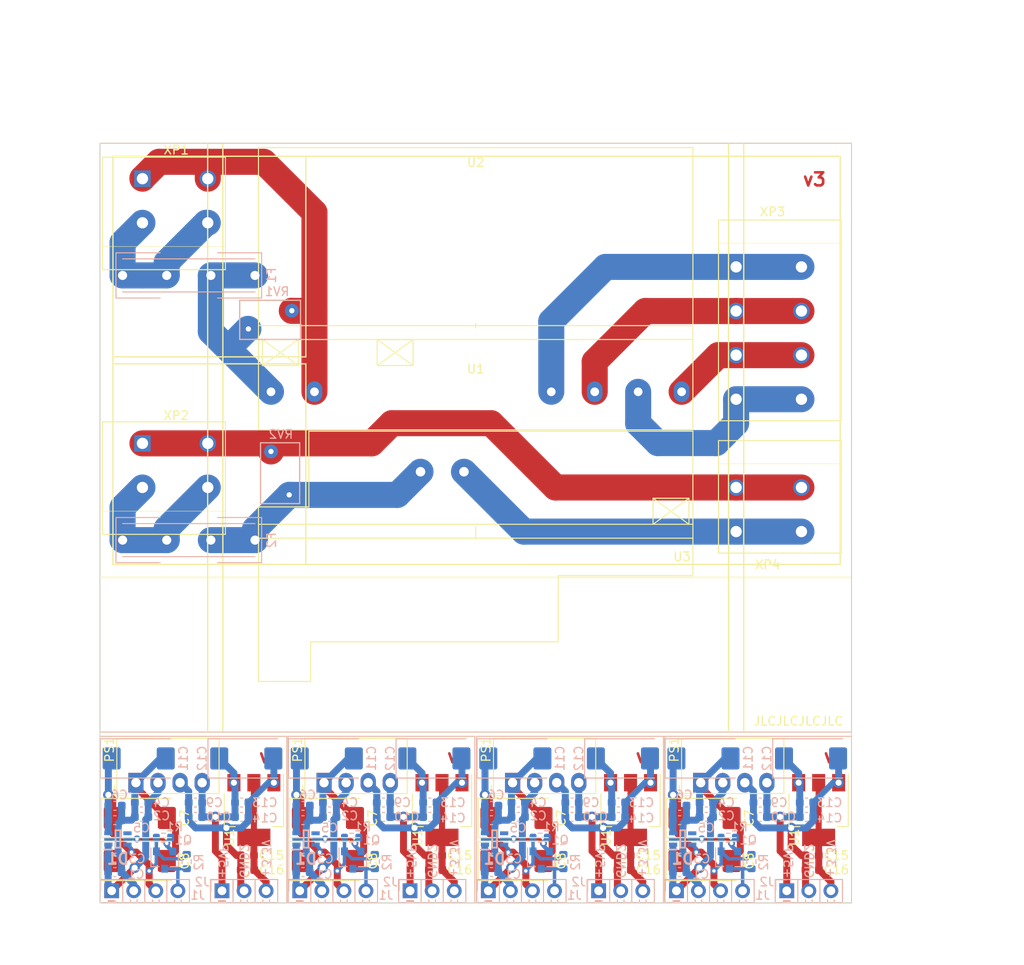
<source format=kicad_pcb>
(kicad_pcb (version 20171130) (host pcbnew "(5.1.10)-1")
  (layers (0 F.Cu signal) (31 B.Cu signal) (34 B.Paste user) (35 F.Paste user) (36 B.SilkS user) (37 F.SilkS user) (38 B.Mask user) (39 F.Mask user) (44 Edge.Cuts user))
  (net 0 "")
  (net 1 +5P)
  (net 2 GND1)
  (net 3 +5VP)
  (net 4 /+5V_state)
  (net 5 +3.3VP)
  (net 6 +5V)
  (net 7 GND2)
  (net 8 "Net-(D1-Pad5)")
  (net 9 "Net-(F1-Pad1)")
  (net 10 "Net-(F1-Pad2)")
  (net 11 "Net-(U2-Pad6)")
  (net 12 "Net-(U2-Pad3)")
  (net 13 "Net-(U2-Pad4)")
  (net 14 "Net-(U2-Pad5)")
  (net 15 "Net-(RV1-Pad2)")
  (net 16 "Net-(F2-Pad1)")
  (net 17 "Net-(F2-Pad2)")
  (net 18 "Net-(RV2-Pad2)")
  (net 19 "Net-(U3-Pad1)")
  (module Capacitor_SMD:C_0603_1608Metric (layer B.Cu) (at 111.72 127.27 180)
    (fp_text reference C3 (at -2.553 -0.127) (layer B.SilkS) (effects (justify mirror)))
    (fp_text value 100nF)
    (pad 2 smd roundrect (at 0.775 0 180) (size 0.9 0.95) (layers B.Cu B.Paste B.Mask) (net 6 +5V))
    (pad 1 smd roundrect (at -0.775 0 180) (size 0.9 0.95) (layers B.Cu B.Paste B.Mask) (net 2 GND1))
  )
  (module Capacitor_SMD:C_0603_1608Metric (layer B.Cu) (at 114.794 122.571)
    (fp_text reference C2 (at 2.299 -0.127) (layer B.SilkS) (effects (justify mirror)))
    (fp_text value 10uF)
    (pad 2 smd roundrect (at 0.775 0) (size 0.9 0.95) (layers B.Cu B.Paste B.Mask) (net 6 +5V))
    (pad 1 smd roundrect (at -0.775 0) (size 0.9 0.95) (layers B.Cu B.Paste B.Mask) (net 2 GND1))
  )
  (module Capacitor_SMD:C_0603_1608Metric (layer B.Cu) (at 111.72 128.921 180)
    (fp_text reference C1 (at -2.426 -0.254) (layer B.SilkS) (effects (justify mirror)))
    (fp_text value 10uF)
    (pad 2 smd roundrect (at 0.775 0 180) (size 0.9 0.95) (layers B.Cu B.Paste B.Mask) (net 6 +5V))
    (pad 1 smd roundrect (at -0.775 0 180) (size 0.9 0.95) (layers B.Cu B.Paste B.Mask) (net 2 GND1))
  )
  (module Capacitor_SMD:C_0603_1608Metric (layer B.Cu) (at 77.641 122.571)
    (fp_text reference C10 (at 2.68 0) (layer B.SilkS) (effects (justify mirror)))
    (fp_text value 10uF)
    (pad 1 smd roundrect (at -0.775 0) (size 0.9 0.95) (layers B.Cu B.Paste B.Mask) (net 7 GND2))
    (pad 2 smd roundrect (at 0.775 0) (size 0.9 0.95) (layers B.Cu B.Paste B.Mask) (net 3 +5VP))
  )
  (module Capacitor_Tantalum_SMD:CP_EIA-7343-31_Kemet-D (layer F.Cu) (at 71.2395 127.651)
    (fp_text reference C8 (at 5.1445 0 270) (layer F.SilkS))
    (fp_text value 470uF)
    (pad 1 smd roundrect (at -3.1125 0) (size 2.075 2.55) (layers F.Cu F.Paste F.Mask) (roundrect_rratio 0.120482) (net 1 +5P))
    (pad 2 smd roundrect (at 3.1125 0) (size 2.075 2.55) (layers F.Cu F.Paste F.Mask) (roundrect_rratio 0.120482) (net 2 GND1))
  )
  (module Capacitor_SMD:C_0603_1608Metric (layer F.Cu) (at 83.61 127.016)
    (fp_text reference C15 (at 2.781 0) (layer F.SilkS))
    (fp_text value 100nF)
    (pad 1 smd roundrect (at -0.775 0) (size 0.9 0.95) (layers F.Cu F.Paste F.Mask) (net 7 GND2))
    (pad 2 smd roundrect (at 0.775 0) (size 0.9 0.95) (layers F.Cu F.Paste F.Mask) (net 5 +3.3VP))
  )
  (module Capacitor_SMD:C_0603_1608Metric (layer F.Cu) (at 83.636 128.667)
    (fp_text reference C16 (at 2.781 0) (layer F.SilkS))
    (fp_text value 10uF)
    (pad 1 smd roundrect (at -0.775 0) (size 0.9 0.95) (layers F.Cu F.Paste F.Mask) (net 7 GND2))
    (pad 2 smd roundrect (at 0.775 0) (size 0.9 0.95) (layers F.Cu F.Paste F.Mask) (net 5 +3.3VP))
  )
  (module Modules:B0505S (layer F.Cu) (at 70.796 118.634 90)
    (fp_text reference PS1 (at 3.81 -3.048 270) (layer F.SilkS))
    (fp_text value B0505S)
    (pad 4 thru_hole oval (at 0 7.62) (size 1.75 2.25) (drill 1.075) (layers *.Cu *.Mask) (net 3 +5VP))
    (pad 3 thru_hole oval (at 0 5.08) (size 1.75 2.25) (drill 1.075) (layers *.Cu *.Mask) (net 7 GND2))
    (pad 2 thru_hole oval (at 0 2.54) (size 1.75 2.25) (drill 1.075) (layers *.Cu *.Mask) (net 6 +5V))
    (pad 1 thru_hole rect (at 0 0) (size 1.75 2.25) (drill 1.075) (layers *.Cu *.Mask) (net 2 GND1))
  )
  (module Package_TO_SOT_SMD:SOT-23 (layer B.Cu) (at 74.098 127.54 270)
    (fp_text reference Q1 (at -2.302 -2.159) (layer B.SilkS) (effects (justify mirror)))
    (fp_text value BSS138)
    (pad 1 smd rect (at -1 0.95 270) (size 0.9 0.8) (layers B.Cu B.Paste B.Mask) (net 1 +5P))
    (pad 2 smd rect (at -1 -0.95 270) (size 0.9 0.8) (layers B.Cu B.Paste B.Mask) (net 8 "Net-(D1-Pad5)"))
    (pad 3 smd rect (at 1 0 270) (size 0.9 0.8) (layers B.Cu B.Paste B.Mask) (net 4 /+5V_state))
  )
  (module Resistor_SMD:R_0603_1608Metric (layer B.Cu) (at 73.9705 124.984)
    (fp_text reference R1 (at 1.2705 -1.27) (layer B.SilkS) (effects (justify mirror)))
    (fp_text value 10k)
    (pad 1 smd roundrect (at -0.825 0) (size 0.8 0.95) (layers B.Cu B.Paste B.Mask) (net 1 +5P))
    (pad 2 smd roundrect (at 0.825 0) (size 0.8 0.95) (layers B.Cu B.Paste B.Mask) (net 8 "Net-(D1-Pad5)"))
  )
  (module Resistor_SMD:R_0603_1608Metric (layer B.Cu) (at 76.638 127.715 90)
    (fp_text reference R2 (at -0.063 1.397 270) (layer B.SilkS) (effects (justify mirror)))
    (fp_text value 2.2M)
    (pad 1 smd roundrect (at -0.825 0 90) (size 0.8 0.95) (layers B.Cu B.Paste B.Mask) (net 4 /+5V_state))
    (pad 2 smd roundrect (at 0.825 0 90) (size 0.8 0.95) (layers B.Cu B.Paste B.Mask) (net 1 +5P))
  )
  (module Capacitor_SMD:C_0603_1608Metric (layer F.Cu) (at 126.96 127.016)
    (fp_text reference C15 (at 2.781 0) (layer F.SilkS))
    (fp_text value 100nF)
    (pad 2 smd roundrect (at 0.775 0) (size 0.9 0.95) (layers F.Cu F.Paste F.Mask) (net 5 +3.3VP))
    (pad 1 smd roundrect (at -0.775 0) (size 0.9 0.95) (layers F.Cu F.Paste F.Mask) (net 7 GND2))
  )
  (module Capacitor_Tantalum_SMD:CP_EIA-7343-31_Kemet-D (layer F.Cu) (at 114.5895 127.651)
    (fp_text reference C8 (at 5.1445 0 270) (layer F.SilkS))
    (fp_text value 470uF)
    (pad 2 smd roundrect (at 3.1125 0) (size 2.075 2.55) (layers F.Cu F.Paste F.Mask) (roundrect_rratio 0.120482) (net 2 GND1))
    (pad 1 smd roundrect (at -3.1125 0) (size 2.075 2.55) (layers F.Cu F.Paste F.Mask) (roundrect_rratio 0.120482) (net 1 +5P))
  )
  (module Capacitor_SMD:C_0603_1608Metric (layer B.Cu) (at 120.991 122.571)
    (fp_text reference C10 (at 2.68 0) (layer B.SilkS) (effects (justify mirror)))
    (fp_text value 10uF)
    (pad 2 smd roundrect (at 0.775 0) (size 0.9 0.95) (layers B.Cu B.Paste B.Mask) (net 3 +5VP))
    (pad 1 smd roundrect (at -0.775 0) (size 0.9 0.95) (layers B.Cu B.Paste B.Mask) (net 7 GND2))
  )
  (module Capacitor_SMD:C_0603_1608Metric (layer B.Cu) (at 120.991 120.92)
    (fp_text reference C9 (at 2.172 0 -180) (layer B.SilkS) (effects (justify mirror)))
    (fp_text value 100nF)
    (pad 2 smd roundrect (at 0.775 0) (size 0.9 0.95) (layers B.Cu B.Paste B.Mask) (net 3 +5VP))
    (pad 1 smd roundrect (at -0.775 0) (size 0.9 0.95) (layers B.Cu B.Paste B.Mask) (net 7 GND2))
  )
  (module Capacitor_Tantalum_SMD:CP_EIA-7343-31_Kemet-D (layer F.Cu) (at 114.5915 122.698)
    (fp_text reference C7 (at 5.1425 0 90) (layer F.SilkS))
    (fp_text value 470uF)
    (pad 2 smd roundrect (at 3.1125 0) (size 2.075 2.55) (layers F.Cu F.Paste F.Mask) (roundrect_rratio 0.120482) (net 2 GND1))
    (pad 1 smd roundrect (at -3.1125 0) (size 2.075 2.55) (layers F.Cu F.Paste F.Mask) (roundrect_rratio 0.120482) (net 1 +5P))
  )
  (module Capacitor_SMD:C_0603_1608Metric (layer B.Cu) (at 111.733 121.301 180)
    (fp_text reference C6 (at -0.508 1.27) (layer B.SilkS) (effects (justify mirror)))
    (fp_text value 10uF)
    (pad 2 smd roundrect (at 0.775 0 180) (size 0.9 0.95) (layers B.Cu B.Paste B.Mask) (net 1 +5P))
    (pad 1 smd roundrect (at -0.775 0 180) (size 0.9 0.95) (layers B.Cu B.Paste B.Mask) (net 2 GND1))
  )
  (module Capacitor_SMD:C_0603_1608Metric (layer B.Cu) (at 111.72 122.952 180)
    (fp_text reference C5 (at -3.061 -0.889 180) (layer B.SilkS) (effects (justify mirror)))
    (fp_text value 100nF)
    (pad 2 smd roundrect (at 0.775 0 180) (size 0.9 0.95) (layers B.Cu B.Paste B.Mask) (net 1 +5P))
    (pad 1 smd roundrect (at -0.775 0 180) (size 0.9 0.95) (layers B.Cu B.Paste B.Mask) (net 2 GND1))
  )
  (module Capacitor_SMD:C_0603_1608Metric (layer B.Cu) (at 114.794 120.92)
    (fp_text reference C4 (at 2.299 0) (layer B.SilkS) (effects (justify mirror)))
    (fp_text value 100nF)
    (pad 2 smd roundrect (at 0.775 0) (size 0.9 0.95) (layers B.Cu B.Paste B.Mask) (net 6 +5V))
    (pad 1 smd roundrect (at -0.775 0) (size 0.9 0.95) (layers B.Cu B.Paste B.Mask) (net 2 GND1))
  )
  (module Package_TO_SOT_SMD:SOT-223-3_TabPin2 (layer F.Cu) (at 127.721 121.784 270)
    (fp_text reference U1 (at 3.15 2.794 270) (layer F.SilkS))
    (fp_text value LM1117-3.3)
    (pad 1 smd rect (at -3.15 -2.3 270) (size 2 1.5) (layers F.Cu F.Paste F.Mask) (net 7 GND2))
    (pad 3 smd rect (at -3.15 2.3 270) (size 2 1.5) (layers F.Cu F.Paste F.Mask) (net 3 +5VP))
    (pad 2 smd rect (at -3.15 0 270) (size 2 1.5) (layers F.Cu F.Paste F.Mask) (net 5 +3.3VP))
    (pad 2 smd rect (at 3.15 0 270) (size 2 3.8) (layers F.Cu F.Paste F.Mask) (net 5 +3.3VP))
  )
  (module Capacitor_SMD:C_0603_1608Metric (layer B.Cu) (at 126.325 120.92 180)
    (fp_text reference C13 (at -2.654 0) (layer B.SilkS) (effects (justify mirror)))
    (fp_text value 10uF)
    (pad 2 smd roundrect (at 0.775 0 180) (size 0.9 0.95) (layers B.Cu B.Paste B.Mask) (net 3 +5VP))
    (pad 1 smd roundrect (at -0.775 0 180) (size 0.9 0.95) (layers B.Cu B.Paste B.Mask) (net 7 GND2))
  )
  (module Capacitor_SMD:C_0603_1608Metric (layer B.Cu) (at 126.325 122.571 180)
    (fp_text reference C14 (at -2.667 -0.127) (layer B.SilkS) (effects (justify mirror)))
    (fp_text value 100nF)
    (pad 2 smd roundrect (at 0.775 0 180) (size 0.9 0.95) (layers B.Cu B.Paste B.Mask) (net 3 +5VP))
    (pad 1 smd roundrect (at -0.775 0 180) (size 0.9 0.95) (layers B.Cu B.Paste B.Mask) (net 7 GND2))
  )
  (module Resistor_SMD:R_0603_1608Metric (layer B.Cu) (at 119.988 127.715 90)
    (fp_text reference R2 (at -0.063 1.397 270) (layer B.SilkS) (effects (justify mirror)))
    (fp_text value 2.2M)
    (pad 2 smd roundrect (at 0.825 0 90) (size 0.8 0.95) (layers B.Cu B.Paste B.Mask) (net 1 +5P))
    (pad 1 smd roundrect (at -0.825 0 90) (size 0.8 0.95) (layers B.Cu B.Paste B.Mask) (net 4 /+5V_state))
  )
  (module Resistor_SMD:R_0603_1608Metric (layer B.Cu) (at 117.3205 124.984)
    (fp_text reference R1 (at 1.2705 -1.27) (layer B.SilkS) (effects (justify mirror)))
    (fp_text value 10k)
    (pad 2 smd roundrect (at 0.825 0) (size 0.8 0.95) (layers B.Cu B.Paste B.Mask) (net 8 "Net-(D1-Pad5)"))
    (pad 1 smd roundrect (at -0.825 0) (size 0.8 0.95) (layers B.Cu B.Paste B.Mask) (net 1 +5P))
  )
  (module Package_TO_SOT_SMD:SOT-23 (layer B.Cu) (at 117.448 127.54 270)
    (fp_text reference Q1 (at -2.302 -2.159) (layer B.SilkS) (effects (justify mirror)))
    (fp_text value BSS138)
    (pad 3 smd rect (at 1 0 270) (size 0.9 0.8) (layers B.Cu B.Paste B.Mask) (net 4 /+5V_state))
    (pad 2 smd rect (at -1 -0.95 270) (size 0.9 0.8) (layers B.Cu B.Paste B.Mask) (net 8 "Net-(D1-Pad5)"))
    (pad 1 smd rect (at -1 0.95 270) (size 0.9 0.8) (layers B.Cu B.Paste B.Mask) (net 1 +5P))
  )
  (module Modules:B0505S (layer F.Cu) (at 114.146 118.634 90)
    (fp_text reference PS1 (at 3.81 -3.048 270) (layer F.SilkS))
    (fp_text value B0505S)
    (pad 1 thru_hole rect (at 0 0) (size 1.75 2.25) (drill 1.075) (layers *.Cu *.Mask) (net 2 GND1))
    (pad 2 thru_hole oval (at 0 2.54) (size 1.75 2.25) (drill 1.075) (layers *.Cu *.Mask) (net 6 +5V))
    (pad 3 thru_hole oval (at 0 5.08) (size 1.75 2.25) (drill 1.075) (layers *.Cu *.Mask) (net 7 GND2))
    (pad 4 thru_hole oval (at 0 7.62) (size 1.75 2.25) (drill 1.075) (layers *.Cu *.Mask) (net 3 +5VP))
  )
  (module Capacitor_SMD:C_0603_1608Metric (layer F.Cu) (at 126.986 128.667)
    (fp_text reference C16 (at 2.781 0) (layer F.SilkS))
    (fp_text value 10uF)
    (pad 2 smd roundrect (at 0.775 0) (size 0.9 0.95) (layers F.Cu F.Paste F.Mask) (net 5 +3.3VP))
    (pad 1 smd roundrect (at -0.775 0) (size 0.9 0.95) (layers F.Cu F.Paste F.Mask) (net 7 GND2))
  )
  (module Modules:XY122R-5.08-02P-14 (layer F.Cu) (at 49.846 49.08 270)
    (fp_text reference XP1 (at -3.302 -3.937) (layer F.SilkS))
    (fp_text value ACin)
    (pad 2 thru_hole circle (at 5.08 -0.05 270) (size 1.9 1.9) (drill 1.3) (layers *.Cu *.Mask) (net 10 "Net-(F1-Pad2)"))
    (pad 2 thru_hole circle (at 5.08 -7.57 270) (size 1.9 1.9) (drill 1.3) (layers *.Cu *.Mask) (net 10 "Net-(F1-Pad2)"))
    (pad 1 thru_hole rect (at 0 -0.05 270) (size 1.9 1.9) (drill 1.3) (layers *.Cu *.Mask) (net 15 "Net-(RV1-Pad2)"))
    (pad 1 thru_hole circle (at 0 -7.57 270) (size 1.9 1.9) (drill 1.3) (layers *.Cu *.Mask) (net 15 "Net-(RV1-Pad2)"))
  )
  (module Varistor:RV_Disc_D7mm_W4.5mm_P5mm (layer B.Cu) (at 62.088 66.385)
    (fp_text reference RV1 (at 3.302 -4.3 180) (layer B.SilkS) (effects (justify mirror)))
    (fp_text value 470V hide)
    (pad 2 thru_hole circle (at 5 -2.1) (size 1.6 1.6) (drill 0.6) (layers *.Cu *.Mask) (net 15 "Net-(RV1-Pad2)"))
    (pad 1 thru_hole circle (at 0 0) (size 1.6 1.6) (drill 0.6) (layers *.Cu *.Mask) (net 9 "Net-(F1-Pad1)"))
  )
  (module Modules:FC-05C-E_4x15 (layer B.Cu) (at 62.85 60.221 180)
    (fp_text reference F1 (at -1.905 0 270) (layer B.SilkS) (effects (justify mirror)))
    (fp_text value 0.5A hide)
    (pad 1 thru_hole circle (at 5.08 0 180) (size 1.6 1.6) (drill 1.05) (layers *.Cu *.Mask) (net 9 "Net-(F1-Pad1)"))
    (pad 2 thru_hole circle (at 15.24 0 180) (size 1.6 1.6) (drill 1.05) (layers *.Cu *.Mask) (net 10 "Net-(F1-Pad2)"))
    (pad 1 thru_hole circle (at 0 0 180) (size 1.6 1.6) (drill 1.05) (layers *.Cu *.Mask) (net 9 "Net-(F1-Pad1)"))
    (pad 2 thru_hole circle (at 10.16 0 180) (size 1.6 1.6) (drill 1.05) (layers *.Cu *.Mask) (net 10 "Net-(F1-Pad2)"))
  )
  (module Modules:SOP65P210X110-6N (layer B.Cu) (at 112.071 125.111)
    (fp_text reference D1 (at 0 2.286) (layer B.SilkS) (effects (font (size 1.27 1.27) (thickness 0.254)) (justify mirror)))
    (fp_text value LM66100DCKR hide)
    (pad 6 smd rect (at 1.1 0.65 270) (size 0.45 0.95) (layers B.Cu B.Paste B.Mask) (net 1 +5P))
    (pad 5 smd rect (at 1.1 0 270) (size 0.45 0.95) (layers B.Cu B.Paste B.Mask) (net 8 "Net-(D1-Pad5)"))
    (pad 4 smd rect (at 1.1 -0.65 270) (size 0.45 0.95) (layers B.Cu B.Paste B.Mask))
    (pad 3 smd rect (at -1.1 -0.65 270) (size 0.45 0.95) (layers B.Cu B.Paste B.Mask) (net 1 +5P))
    (pad 2 smd rect (at -1.1 0 270) (size 0.45 0.95) (layers B.Cu B.Paste B.Mask) (net 2 GND1))
    (pad 1 smd rect (at -1.1 0.65 270) (size 0.45 0.95) (layers B.Cu B.Paste B.Mask) (net 6 +5V))
  )
  (module Modules:PinHeader_1x04_P2.54mm_Horizontal_short (layer B.Cu) (at 111.352 131.08 270)
    (fp_text reference J1 (at 0.508 -9.906) (layer B.SilkS) (effects (justify mirror)))
    (fp_text value Vout1)
    (pad 4 thru_hole oval (at 0 -7.62 270) (size 1.7 1.7) (drill 1) (layers *.Cu *.Mask) (net 4 /+5V_state))
    (pad 3 thru_hole oval (at 0 -5.08 270) (size 1.7 1.7) (drill 1) (layers *.Cu *.Mask) (net 1 +5P))
    (pad 2 thru_hole oval (at 0 -2.54 270) (size 1.7 1.7) (drill 1) (layers *.Cu *.Mask) (net 2 GND1))
    (pad 1 thru_hole rect (at 0 0 270) (size 1.7 1.7) (drill 1) (layers *.Cu *.Mask) (net 6 +5V))
  )
  (module Modules:PinHeader_1x03_P2.54mm_Horizontal_short (layer B.Cu) (at 124.052 131.08 270)
    (fp_text reference J2 (at -1.016 2.286) (layer B.SilkS) (effects (justify mirror)))
    (fp_text value Vout2)
    (pad 3 thru_hole oval (at 0 -5.08 270) (size 1.7 1.7) (drill 1) (layers *.Cu *.Mask) (net 5 +3.3VP))
    (pad 2 thru_hole oval (at 0 -2.54 270) (size 1.7 1.7) (drill 1) (layers *.Cu *.Mask) (net 7 GND2))
    (pad 1 thru_hole rect (at 0 0 270) (size 1.7 1.7) (drill 1) (layers *.Cu *.Mask) (net 3 +5VP))
  )
  (module Capacitor_Tantalum_SMD:CP_EIA-7343-15_Kemet-W (layer B.Cu) (at 126.846 115.84)
    (fp_text reference C12 (at -5.08 0 90) (layer B.SilkS) (effects (justify mirror)))
    (fp_text value 470uF)
    (pad 2 smd roundrect (at 3.1125 0) (size 2.075 2.55) (layers B.Cu B.Paste B.Mask) (roundrect_rratio 0.120482) (net 7 GND2))
    (pad 1 smd roundrect (at -3.1125 0) (size 2.075 2.55) (layers B.Cu B.Paste B.Mask) (roundrect_rratio 0.120482) (net 3 +5VP))
  )
  (module Capacitor_Tantalum_SMD:CP_EIA-7343-15_Kemet-W (layer B.Cu) (at 114.4625 115.84)
    (fp_text reference C11 (at 5.1445 0 90) (layer B.SilkS) (effects (justify mirror)))
    (fp_text value 470uF)
    (pad 2 smd roundrect (at 3.1125 0) (size 2.075 2.55) (layers B.Cu B.Paste B.Mask) (roundrect_rratio 0.120482) (net 2 GND1))
    (pad 1 smd roundrect (at -3.1125 0) (size 2.075 2.55) (layers B.Cu B.Paste B.Mask) (roundrect_rratio 0.120482) (net 1 +5P))
  )
  (module Capacitor_SMD:C_0603_1608Metric (layer B.Cu) (at 68.37 128.921 180)
    (fp_text reference C1 (at -2.426 -0.254) (layer B.SilkS) (effects (justify mirror)))
    (fp_text value 10uF)
    (pad 1 smd roundrect (at -0.775 0 180) (size 0.9 0.95) (layers B.Cu B.Paste B.Mask) (net 2 GND1))
    (pad 2 smd roundrect (at 0.775 0 180) (size 0.9 0.95) (layers B.Cu B.Paste B.Mask) (net 6 +5V))
  )
  (module Capacitor_SMD:C_0603_1608Metric (layer B.Cu) (at 71.444 122.571)
    (fp_text reference C2 (at 2.299 -0.127) (layer B.SilkS) (effects (justify mirror)))
    (fp_text value 10uF)
    (pad 1 smd roundrect (at -0.775 0) (size 0.9 0.95) (layers B.Cu B.Paste B.Mask) (net 2 GND1))
    (pad 2 smd roundrect (at 0.775 0) (size 0.9 0.95) (layers B.Cu B.Paste B.Mask) (net 6 +5V))
  )
  (module Capacitor_SMD:C_0603_1608Metric (layer B.Cu) (at 68.37 127.27 180)
    (fp_text reference C3 (at -2.553 -0.127) (layer B.SilkS) (effects (justify mirror)))
    (fp_text value 100nF)
    (pad 1 smd roundrect (at -0.775 0 180) (size 0.9 0.95) (layers B.Cu B.Paste B.Mask) (net 2 GND1))
    (pad 2 smd roundrect (at 0.775 0 180) (size 0.9 0.95) (layers B.Cu B.Paste B.Mask) (net 6 +5V))
  )
  (module Capacitor_SMD:C_0603_1608Metric (layer B.Cu) (at 71.444 120.92)
    (fp_text reference C4 (at 2.299 0) (layer B.SilkS) (effects (justify mirror)))
    (fp_text value 100nF)
    (pad 1 smd roundrect (at -0.775 0) (size 0.9 0.95) (layers B.Cu B.Paste B.Mask) (net 2 GND1))
    (pad 2 smd roundrect (at 0.775 0) (size 0.9 0.95) (layers B.Cu B.Paste B.Mask) (net 6 +5V))
  )
  (module Capacitor_SMD:C_0603_1608Metric (layer B.Cu) (at 68.37 122.952 180)
    (fp_text reference C5 (at -3.061 -0.889 180) (layer B.SilkS) (effects (justify mirror)))
    (fp_text value 100nF)
    (pad 1 smd roundrect (at -0.775 0 180) (size 0.9 0.95) (layers B.Cu B.Paste B.Mask) (net 2 GND1))
    (pad 2 smd roundrect (at 0.775 0 180) (size 0.9 0.95) (layers B.Cu B.Paste B.Mask) (net 1 +5P))
  )
  (module Capacitor_SMD:C_0603_1608Metric (layer B.Cu) (at 68.383 121.301 180)
    (fp_text reference C6 (at -0.508 1.27) (layer B.SilkS) (effects (justify mirror)))
    (fp_text value 10uF)
    (pad 1 smd roundrect (at -0.775 0 180) (size 0.9 0.95) (layers B.Cu B.Paste B.Mask) (net 2 GND1))
    (pad 2 smd roundrect (at 0.775 0 180) (size 0.9 0.95) (layers B.Cu B.Paste B.Mask) (net 1 +5P))
  )
  (module Capacitor_Tantalum_SMD:CP_EIA-7343-31_Kemet-D (layer F.Cu) (at 71.2415 122.698)
    (fp_text reference C7 (at 5.1425 0 90) (layer F.SilkS))
    (fp_text value 470uF)
    (pad 1 smd roundrect (at -3.1125 0) (size 2.075 2.55) (layers F.Cu F.Paste F.Mask) (roundrect_rratio 0.120482) (net 1 +5P))
    (pad 2 smd roundrect (at 3.1125 0) (size 2.075 2.55) (layers F.Cu F.Paste F.Mask) (roundrect_rratio 0.120482) (net 2 GND1))
  )
  (module Capacitor_SMD:C_0603_1608Metric (layer B.Cu) (at 77.641 120.92)
    (fp_text reference C9 (at 2.172 0 -180) (layer B.SilkS) (effects (justify mirror)))
    (fp_text value 100nF)
    (pad 1 smd roundrect (at -0.775 0) (size 0.9 0.95) (layers B.Cu B.Paste B.Mask) (net 7 GND2))
    (pad 2 smd roundrect (at 0.775 0) (size 0.9 0.95) (layers B.Cu B.Paste B.Mask) (net 3 +5VP))
  )
  (module Capacitor_SMD:C_0603_1608Metric (layer B.Cu) (at 104.675 122.571 180)
    (fp_text reference C14 (at -2.667 -0.127) (layer B.SilkS) (effects (justify mirror)))
    (fp_text value 100nF)
    (pad 1 smd roundrect (at -0.775 0 180) (size 0.9 0.95) (layers B.Cu B.Paste B.Mask) (net 7 GND2))
    (pad 2 smd roundrect (at 0.775 0 180) (size 0.9 0.95) (layers B.Cu B.Paste B.Mask) (net 3 +5VP))
  )
  (module Capacitor_SMD:C_0603_1608Metric (layer B.Cu) (at 104.675 120.92 180)
    (fp_text reference C13 (at -2.654 0) (layer B.SilkS) (effects (justify mirror)))
    (fp_text value 10uF)
    (pad 1 smd roundrect (at -0.775 0 180) (size 0.9 0.95) (layers B.Cu B.Paste B.Mask) (net 7 GND2))
    (pad 2 smd roundrect (at 0.775 0 180) (size 0.9 0.95) (layers B.Cu B.Paste B.Mask) (net 3 +5VP))
  )
  (module Package_TO_SOT_SMD:SOT-223-3_TabPin2 (layer F.Cu) (at 106.071 121.784 270)
    (fp_text reference U1 (at 3.15 2.794 270) (layer F.SilkS))
    (fp_text value LM1117-3.3)
    (pad 2 smd rect (at 3.15 0 270) (size 2 3.8) (layers F.Cu F.Paste F.Mask) (net 5 +3.3VP))
    (pad 2 smd rect (at -3.15 0 270) (size 2 1.5) (layers F.Cu F.Paste F.Mask) (net 5 +3.3VP))
    (pad 3 smd rect (at -3.15 2.3 270) (size 2 1.5) (layers F.Cu F.Paste F.Mask) (net 3 +5VP))
    (pad 1 smd rect (at -3.15 -2.3 270) (size 2 1.5) (layers F.Cu F.Paste F.Mask) (net 7 GND2))
  )
  (module Modules:SOP65P210X110-6N (layer B.Cu) (at 90.421 125.111)
    (fp_text reference D1 (at 0 2.286) (layer B.SilkS) (effects (font (size 1.27 1.27) (thickness 0.254)) (justify mirror)))
    (fp_text value LM66100DCKR hide)
    (pad 1 smd rect (at -1.1 0.65 270) (size 0.45 0.95) (layers B.Cu B.Paste B.Mask) (net 6 +5V))
    (pad 2 smd rect (at -1.1 0 270) (size 0.45 0.95) (layers B.Cu B.Paste B.Mask) (net 2 GND1))
    (pad 3 smd rect (at -1.1 -0.65 270) (size 0.45 0.95) (layers B.Cu B.Paste B.Mask) (net 1 +5P))
    (pad 4 smd rect (at 1.1 -0.65 270) (size 0.45 0.95) (layers B.Cu B.Paste B.Mask))
    (pad 5 smd rect (at 1.1 0 270) (size 0.45 0.95) (layers B.Cu B.Paste B.Mask) (net 8 "Net-(D1-Pad5)"))
    (pad 6 smd rect (at 1.1 0.65 270) (size 0.45 0.95) (layers B.Cu B.Paste B.Mask) (net 1 +5P))
  )
  (module Modules:PinHeader_1x04_P2.54mm_Horizontal_short (layer B.Cu) (at 89.702 131.08 270)
    (fp_text reference J1 (at 0.508 -9.906) (layer B.SilkS) (effects (justify mirror)))
    (fp_text value Vout1)
    (pad 1 thru_hole rect (at 0 0 270) (size 1.7 1.7) (drill 1) (layers *.Cu *.Mask) (net 6 +5V))
    (pad 2 thru_hole oval (at 0 -2.54 270) (size 1.7 1.7) (drill 1) (layers *.Cu *.Mask) (net 2 GND1))
    (pad 3 thru_hole oval (at 0 -5.08 270) (size 1.7 1.7) (drill 1) (layers *.Cu *.Mask) (net 1 +5P))
    (pad 4 thru_hole oval (at 0 -7.62 270) (size 1.7 1.7) (drill 1) (layers *.Cu *.Mask) (net 4 /+5V_state))
  )
  (module Modules:PinHeader_1x03_P2.54mm_Horizontal_short (layer B.Cu) (at 102.402 131.08 270)
    (fp_text reference J2 (at -1.016 2.286) (layer B.SilkS) (effects (justify mirror)))
    (fp_text value Vout2)
    (pad 1 thru_hole rect (at 0 0 270) (size 1.7 1.7) (drill 1) (layers *.Cu *.Mask) (net 3 +5VP))
    (pad 2 thru_hole oval (at 0 -2.54 270) (size 1.7 1.7) (drill 1) (layers *.Cu *.Mask) (net 7 GND2))
    (pad 3 thru_hole oval (at 0 -5.08 270) (size 1.7 1.7) (drill 1) (layers *.Cu *.Mask) (net 5 +3.3VP))
  )
  (module Capacitor_Tantalum_SMD:CP_EIA-7343-15_Kemet-W (layer B.Cu) (at 105.196 115.84)
    (fp_text reference C12 (at -5.08 0 90) (layer B.SilkS) (effects (justify mirror)))
    (fp_text value 470uF)
    (pad 1 smd roundrect (at -3.1125 0) (size 2.075 2.55) (layers B.Cu B.Paste B.Mask) (roundrect_rratio 0.120482) (net 3 +5VP))
    (pad 2 smd roundrect (at 3.1125 0) (size 2.075 2.55) (layers B.Cu B.Paste B.Mask) (roundrect_rratio 0.120482) (net 7 GND2))
  )
  (module Capacitor_Tantalum_SMD:CP_EIA-7343-15_Kemet-W (layer B.Cu) (at 92.8125 115.84)
    (fp_text reference C11 (at 5.1445 0 90) (layer B.SilkS) (effects (justify mirror)))
    (fp_text value 470uF)
    (pad 1 smd roundrect (at -3.1125 0) (size 2.075 2.55) (layers B.Cu B.Paste B.Mask) (roundrect_rratio 0.120482) (net 1 +5P))
    (pad 2 smd roundrect (at 3.1125 0) (size 2.075 2.55) (layers B.Cu B.Paste B.Mask) (roundrect_rratio 0.120482) (net 2 GND1))
  )
  (module Modules:Fan_controller_v3 (layer F.Cu) (at 88.25 90.477 180)
    (fp_text reference U3 (at -23.749 -2.129 180) (layer F.SilkS))
    (fp_text value Fan_control_module_v3)
    (pad 1 thru_hole rect (at 1.35 7.65) (size 1.7 1.7) (drill 1.1) (layers *.Cu *.Mask) (net 19 "Net-(U3-Pad1)"))
    (pad 2 thru_hole circle (at 6.35 7.65) (size 1.6 1.6) (drill 1.1) (layers *.Cu *.Mask) (net 16 "Net-(F2-Pad1)"))
  )
  (module Modules:Power_manager_v3 (layer F.Cu) (at 88.25 66)
    (fp_text reference U2 (at 0 -18.796 180) (layer F.SilkS))
    (fp_text value Power_manager_v3-Modules)
    (pad 5 thru_hole oval (at 18.6995 7.62 180) (size 1.8 2.4) (drill 1) (layers *.Cu *.Mask) (net 14 "Net-(U2-Pad5)"))
    (pad 4 thru_hole oval (at 13.6995 7.62 180) (size 1.8 2.4) (drill 1) (layers *.Cu *.Mask) (net 13 "Net-(U2-Pad4)"))
    (pad 3 thru_hole oval (at 8.6995 7.62 180) (size 1.8 2.4) (drill 1) (layers *.Cu *.Mask) (net 12 "Net-(U2-Pad3)"))
    (pad 2 thru_hole oval (at -18.5585 7.62 180) (size 1.8 2.4) (drill 1) (layers *.Cu *.Mask) (net 15 "Net-(RV1-Pad2)"))
    (pad 1 thru_hole rect (at -23.5585 7.62 180) (size 1.8 2.4) (drill 1) (layers *.Cu *.Mask) (net 9 "Net-(F1-Pad1)"))
    (pad 6 thru_hole oval (at 23.6995 7.62 180) (size 1.8 2.4) (drill 1) (layers *.Cu *.Mask) (net 11 "Net-(U2-Pad6)"))
  )
  (module Modules:Virtual_Digital_module_v3 (layer F.Cu) (at 88.25 70)
    (fp_text reference U1 (at 0 1) (layer F.SilkS))
    (fp_text value Virtual_Digital_module_v3)
  )
  (module Modules:XY122R-5.08-02P-14 (layer F.Cu) (at 125.792 89.72 90)
    (fp_text reference XP4 (at -3.81 -3.937) (layer F.SilkS))
    (fp_text value LoadX)
    (pad 2 thru_hole circle (at 5.08 -0.05 90) (size 1.9 1.9) (drill 1.3) (layers *.Cu *.Mask) (net 18 "Net-(RV2-Pad2)"))
    (pad 2 thru_hole circle (at 5.08 -7.57 90) (size 1.9 1.9) (drill 1.3) (layers *.Cu *.Mask) (net 18 "Net-(RV2-Pad2)"))
    (pad 1 thru_hole rect (at 0 -0.05 90) (size 1.9 1.9) (drill 1.3) (layers *.Cu *.Mask) (net 19 "Net-(U3-Pad1)"))
    (pad 1 thru_hole circle (at 0 -7.57 90) (size 1.9 1.9) (drill 1.3) (layers *.Cu *.Mask) (net 19 "Net-(U3-Pad1)"))
  )
  (module Modules:XY122R-5.08-02P-14 (layer F.Cu) (at 49.846 79.56 270)
    (fp_text reference XP2 (at -3.21 -3.937) (layer F.SilkS))
    (fp_text value ACin hide)
    (pad 2 thru_hole circle (at 5.08 -0.05 270) (size 1.9 1.9) (drill 1.3) (layers *.Cu *.Mask) (net 17 "Net-(F2-Pad2)"))
    (pad 2 thru_hole circle (at 5.08 -7.57 270) (size 1.9 1.9) (drill 1.3) (layers *.Cu *.Mask) (net 17 "Net-(F2-Pad2)"))
    (pad 1 thru_hole rect (at 0 -0.05 270) (size 1.9 1.9) (drill 1.3) (layers *.Cu *.Mask) (net 18 "Net-(RV2-Pad2)"))
    (pad 1 thru_hole circle (at 0 -7.57 270) (size 1.9 1.9) (drill 1.3) (layers *.Cu *.Mask) (net 18 "Net-(RV2-Pad2)"))
  )
  (module Varistor:RV_Disc_D7mm_W4.5mm_P5mm (layer B.Cu) (at 66.787 85.494 90)
    (fp_text reference RV2 (at 6.985 -0.957 180) (layer B.SilkS) (effects (justify mirror)))
    (fp_text value 470V hide)
    (pad 2 thru_hole circle (at 5 -2.1 90) (size 1.6 1.6) (drill 0.6) (layers *.Cu *.Mask) (net 18 "Net-(RV2-Pad2)"))
    (pad 1 thru_hole circle (at 0 0 90) (size 1.6 1.6) (drill 0.6) (layers *.Cu *.Mask) (net 16 "Net-(F2-Pad1)"))
  )
  (module Modules:FC-05C-E_4x15 (layer B.Cu) (at 62.85 90.701 180)
    (fp_text reference F2 (at -1.905 0 270) (layer B.SilkS) (effects (justify mirror)))
    (fp_text value 0.5A)
    (pad 1 thru_hole circle (at 5.08 0 180) (size 1.6 1.6) (drill 1.05) (layers *.Cu *.Mask) (net 16 "Net-(F2-Pad1)"))
    (pad 2 thru_hole circle (at 15.24 0 180) (size 1.6 1.6) (drill 1.05) (layers *.Cu *.Mask) (net 17 "Net-(F2-Pad2)"))
    (pad 1 thru_hole circle (at 0 0 180) (size 1.6 1.6) (drill 1.05) (layers *.Cu *.Mask) (net 16 "Net-(F2-Pad1)"))
    (pad 2 thru_hole circle (at 10.16 0 180) (size 1.6 1.6) (drill 1.05) (layers *.Cu *.Mask) (net 17 "Net-(F2-Pad2)"))
  )
  (module Modules:XY122R-5.08-04P-14 (layer F.Cu) (at 125.792 74.48 90)
    (fp_text reference XP3 (at 21.59 -3.379) (layer F.SilkS))
    (fp_text value LoadX)
    (pad 4 thru_hole circle (at 15.24 -0.05 90) (size 1.9 1.9) (drill 1.3) (layers *.Cu *.Mask) (net 12 "Net-(U2-Pad3)"))
    (pad 4 thru_hole circle (at 15.24 -7.57 90) (size 1.9 1.9) (drill 1.3) (layers *.Cu *.Mask) (net 12 "Net-(U2-Pad3)"))
    (pad 3 thru_hole circle (at 10.16 -0.05 90) (size 1.9 1.9) (drill 1.3) (layers *.Cu *.Mask) (net 13 "Net-(U2-Pad4)"))
    (pad 3 thru_hole circle (at 10.16 -7.57 90) (size 1.9 1.9) (drill 1.3) (layers *.Cu *.Mask) (net 13 "Net-(U2-Pad4)"))
    (pad 2 thru_hole circle (at 5.08 -0.05 90) (size 1.9 1.9) (drill 1.3) (layers *.Cu *.Mask) (net 11 "Net-(U2-Pad6)"))
    (pad 2 thru_hole circle (at 5.08 -7.57 90) (size 1.9 1.9) (drill 1.3) (layers *.Cu *.Mask) (net 11 "Net-(U2-Pad6)"))
    (pad 1 thru_hole rect (at 0 -0.05 90) (size 1.9 1.9) (drill 1.3) (layers *.Cu *.Mask) (net 14 "Net-(U2-Pad5)"))
    (pad 1 thru_hole circle (at 0 -7.57 90) (size 1.9 1.9) (drill 1.3) (layers *.Cu *.Mask) (net 14 "Net-(U2-Pad5)"))
  )
  (module Capacitor_SMD:C_0603_1608Metric (layer B.Cu) (at 61.325 122.571 180)
    (fp_text reference C14 (at -2.667 -0.127) (layer B.SilkS) (effects (justify mirror)))
    (fp_text value 100nF)
    (pad 1 smd roundrect (at -0.775 0 180) (size 0.9 0.95) (layers B.Cu B.Paste B.Mask) (net 7 GND2))
    (pad 2 smd roundrect (at 0.775 0 180) (size 0.9 0.95) (layers B.Cu B.Paste B.Mask) (net 3 +5VP))
  )
  (module Capacitor_SMD:C_0603_1608Metric (layer B.Cu) (at 61.325 120.92 180)
    (fp_text reference C13 (at -2.654 0) (layer B.SilkS) (effects (justify mirror)))
    (fp_text value 10uF)
    (pad 1 smd roundrect (at -0.775 0 180) (size 0.9 0.95) (layers B.Cu B.Paste B.Mask) (net 7 GND2))
    (pad 2 smd roundrect (at 0.775 0 180) (size 0.9 0.95) (layers B.Cu B.Paste B.Mask) (net 3 +5VP))
  )
  (module Package_TO_SOT_SMD:SOT-223-3_TabPin2 (layer F.Cu) (at 62.721 121.784 270)
    (fp_text reference U1 (at 3.15 2.794 270) (layer F.SilkS))
    (fp_text value LM1117-3.3)
    (pad 2 smd rect (at 3.15 0 270) (size 2 3.8) (layers F.Cu F.Paste F.Mask) (net 5 +3.3VP))
    (pad 2 smd rect (at -3.15 0 270) (size 2 1.5) (layers F.Cu F.Paste F.Mask) (net 5 +3.3VP))
    (pad 3 smd rect (at -3.15 2.3 270) (size 2 1.5) (layers F.Cu F.Paste F.Mask) (net 3 +5VP))
    (pad 1 smd rect (at -3.15 -2.3 270) (size 2 1.5) (layers F.Cu F.Paste F.Mask) (net 7 GND2))
  )
  (module Modules:SOP65P210X110-6N (layer B.Cu) (at 47.071 125.111)
    (fp_text reference D1 (at 0 2.286) (layer B.SilkS) (effects (font (size 1.27 1.27) (thickness 0.254)) (justify mirror)))
    (fp_text value LM66100DCKR hide)
    (pad 1 smd rect (at -1.1 0.65 270) (size 0.45 0.95) (layers B.Cu B.Paste B.Mask) (net 6 +5V))
    (pad 2 smd rect (at -1.1 0 270) (size 0.45 0.95) (layers B.Cu B.Paste B.Mask) (net 2 GND1))
    (pad 3 smd rect (at -1.1 -0.65 270) (size 0.45 0.95) (layers B.Cu B.Paste B.Mask) (net 1 +5P))
    (pad 4 smd rect (at 1.1 -0.65 270) (size 0.45 0.95) (layers B.Cu B.Paste B.Mask))
    (pad 5 smd rect (at 1.1 0 270) (size 0.45 0.95) (layers B.Cu B.Paste B.Mask) (net 8 "Net-(D1-Pad5)"))
    (pad 6 smd rect (at 1.1 0.65 270) (size 0.45 0.95) (layers B.Cu B.Paste B.Mask) (net 1 +5P))
  )
  (module Modules:PinHeader_1x04_P2.54mm_Horizontal_short (layer B.Cu) (at 46.352 131.08 270)
    (fp_text reference J1 (at 0.508 -9.906) (layer B.SilkS) (effects (justify mirror)))
    (fp_text value Vout1)
    (pad 1 thru_hole rect (at 0 0 270) (size 1.7 1.7) (drill 1) (layers *.Cu *.Mask) (net 6 +5V))
    (pad 2 thru_hole oval (at 0 -2.54 270) (size 1.7 1.7) (drill 1) (layers *.Cu *.Mask) (net 2 GND1))
    (pad 3 thru_hole oval (at 0 -5.08 270) (size 1.7 1.7) (drill 1) (layers *.Cu *.Mask) (net 1 +5P))
    (pad 4 thru_hole oval (at 0 -7.62 270) (size 1.7 1.7) (drill 1) (layers *.Cu *.Mask) (net 4 /+5V_state))
  )
  (module Modules:PinHeader_1x03_P2.54mm_Horizontal_short (layer B.Cu) (at 59.052 131.08 270)
    (fp_text reference J2 (at -1.016 2.286) (layer B.SilkS) (effects (justify mirror)))
    (fp_text value Vout2)
    (pad 1 thru_hole rect (at 0 0 270) (size 1.7 1.7) (drill 1) (layers *.Cu *.Mask) (net 3 +5VP))
    (pad 2 thru_hole oval (at 0 -2.54 270) (size 1.7 1.7) (drill 1) (layers *.Cu *.Mask) (net 7 GND2))
    (pad 3 thru_hole oval (at 0 -5.08 270) (size 1.7 1.7) (drill 1) (layers *.Cu *.Mask) (net 5 +3.3VP))
  )
  (module Capacitor_Tantalum_SMD:CP_EIA-7343-15_Kemet-W (layer B.Cu) (at 61.846 115.84)
    (fp_text reference C12 (at -5.08 0 90) (layer B.SilkS) (effects (justify mirror)))
    (fp_text value 470uF)
    (pad 1 smd roundrect (at -3.1125 0) (size 2.075 2.55) (layers B.Cu B.Paste B.Mask) (roundrect_rratio 0.120482) (net 3 +5VP))
    (pad 2 smd roundrect (at 3.1125 0) (size 2.075 2.55) (layers B.Cu B.Paste B.Mask) (roundrect_rratio 0.120482) (net 7 GND2))
  )
  (module Capacitor_Tantalum_SMD:CP_EIA-7343-15_Kemet-W (layer B.Cu) (at 49.4625 115.84)
    (fp_text reference C11 (at 5.1445 0 90) (layer B.SilkS) (effects (justify mirror)))
    (fp_text value 470uF)
    (pad 1 smd roundrect (at -3.1125 0) (size 2.075 2.55) (layers B.Cu B.Paste B.Mask) (roundrect_rratio 0.120482) (net 1 +5P))
    (pad 2 smd roundrect (at 3.1125 0) (size 2.075 2.55) (layers B.Cu B.Paste B.Mask) (roundrect_rratio 0.120482) (net 2 GND1))
  )
  (module Capacitor_SMD:C_0603_1608Metric (layer B.Cu) (at 55.991 122.571)
    (fp_text reference C10 (at 2.68 0) (layer B.SilkS) (effects (justify mirror)))
    (fp_text value 10uF)
    (pad 1 smd roundrect (at -0.775 0) (size 0.9 0.95) (layers B.Cu B.Paste B.Mask) (net 7 GND2))
    (pad 2 smd roundrect (at 0.775 0) (size 0.9 0.95) (layers B.Cu B.Paste B.Mask) (net 3 +5VP))
  )
  (module Capacitor_Tantalum_SMD:CP_EIA-7343-31_Kemet-D (layer F.Cu) (at 49.5895 127.651)
    (fp_text reference C8 (at 5.1445 0 270) (layer F.SilkS))
    (fp_text value 470uF)
    (pad 1 smd roundrect (at -3.1125 0) (size 2.075 2.55) (layers F.Cu F.Paste F.Mask) (roundrect_rratio 0.120482) (net 1 +5P))
    (pad 2 smd roundrect (at 3.1125 0) (size 2.075 2.55) (layers F.Cu F.Paste F.Mask) (roundrect_rratio 0.120482) (net 2 GND1))
  )
  (module Capacitor_SMD:C_0603_1608Metric (layer F.Cu) (at 61.96 127.016)
    (fp_text reference C15 (at 2.781 0) (layer F.SilkS))
    (fp_text value 100nF)
    (pad 1 smd roundrect (at -0.775 0) (size 0.9 0.95) (layers F.Cu F.Paste F.Mask) (net 7 GND2))
    (pad 2 smd roundrect (at 0.775 0) (size 0.9 0.95) (layers F.Cu F.Paste F.Mask) (net 5 +3.3VP))
  )
  (module Capacitor_SMD:C_0603_1608Metric (layer F.Cu) (at 61.986 128.667)
    (fp_text reference C16 (at 2.781 0) (layer F.SilkS))
    (fp_text value 10uF)
    (pad 1 smd roundrect (at -0.775 0) (size 0.9 0.95) (layers F.Cu F.Paste F.Mask) (net 7 GND2))
    (pad 2 smd roundrect (at 0.775 0) (size 0.9 0.95) (layers F.Cu F.Paste F.Mask) (net 5 +3.3VP))
  )
  (module Modules:B0505S (layer F.Cu) (at 49.146 118.634 90)
    (fp_text reference PS1 (at 3.81 -3.048 270) (layer F.SilkS))
    (fp_text value B0505S)
    (pad 4 thru_hole oval (at 0 7.62) (size 1.75 2.25) (drill 1.075) (layers *.Cu *.Mask) (net 3 +5VP))
    (pad 3 thru_hole oval (at 0 5.08) (size 1.75 2.25) (drill 1.075) (layers *.Cu *.Mask) (net 7 GND2))
    (pad 2 thru_hole oval (at 0 2.54) (size 1.75 2.25) (drill 1.075) (layers *.Cu *.Mask) (net 6 +5V))
    (pad 1 thru_hole rect (at 0 0) (size 1.75 2.25) (drill 1.075) (layers *.Cu *.Mask) (net 2 GND1))
  )
  (module Package_TO_SOT_SMD:SOT-23 (layer B.Cu) (at 52.448 127.54 270)
    (fp_text reference Q1 (at -2.302 -2.159) (layer B.SilkS) (effects (justify mirror)))
    (fp_text value BSS138)
    (pad 1 smd rect (at -1 0.95 270) (size 0.9 0.8) (layers B.Cu B.Paste B.Mask) (net 1 +5P))
    (pad 2 smd rect (at -1 -0.95 270) (size 0.9 0.8) (layers B.Cu B.Paste B.Mask) (net 8 "Net-(D1-Pad5)"))
    (pad 3 smd rect (at 1 0 270) (size 0.9 0.8) (layers B.Cu B.Paste B.Mask) (net 4 /+5V_state))
  )
  (module Resistor_SMD:R_0603_1608Metric (layer B.Cu) (at 52.3205 124.984)
    (fp_text reference R1 (at 1.2705 -1.27) (layer B.SilkS) (effects (justify mirror)))
    (fp_text value 10k)
    (pad 1 smd roundrect (at -0.825 0) (size 0.8 0.95) (layers B.Cu B.Paste B.Mask) (net 1 +5P))
    (pad 2 smd roundrect (at 0.825 0) (size 0.8 0.95) (layers B.Cu B.Paste B.Mask) (net 8 "Net-(D1-Pad5)"))
  )
  (module Resistor_SMD:R_0603_1608Metric (layer B.Cu) (at 54.988 127.715 90)
    (fp_text reference R2 (at -0.063 1.397 270) (layer B.SilkS) (effects (justify mirror)))
    (fp_text value 2.2M)
    (pad 1 smd roundrect (at -0.825 0 90) (size 0.8 0.95) (layers B.Cu B.Paste B.Mask) (net 4 /+5V_state))
    (pad 2 smd roundrect (at 0.825 0 90) (size 0.8 0.95) (layers B.Cu B.Paste B.Mask) (net 1 +5P))
  )
  (module Capacitor_SMD:C_0603_1608Metric (layer B.Cu) (at 82.975 122.571 180)
    (fp_text reference C14 (at -2.667 -0.127) (layer B.SilkS) (effects (justify mirror)))
    (fp_text value 100nF)
    (pad 1 smd roundrect (at -0.775 0 180) (size 0.9 0.95) (layers B.Cu B.Paste B.Mask) (net 7 GND2))
    (pad 2 smd roundrect (at 0.775 0 180) (size 0.9 0.95) (layers B.Cu B.Paste B.Mask) (net 3 +5VP))
  )
  (module Capacitor_SMD:C_0603_1608Metric (layer B.Cu) (at 82.975 120.92 180)
    (fp_text reference C13 (at -2.654 0) (layer B.SilkS) (effects (justify mirror)))
    (fp_text value 10uF)
    (pad 1 smd roundrect (at -0.775 0 180) (size 0.9 0.95) (layers B.Cu B.Paste B.Mask) (net 7 GND2))
    (pad 2 smd roundrect (at 0.775 0 180) (size 0.9 0.95) (layers B.Cu B.Paste B.Mask) (net 3 +5VP))
  )
  (module Package_TO_SOT_SMD:SOT-223-3_TabPin2 (layer F.Cu) (at 84.371 121.784 270)
    (fp_text reference U1 (at 3.15 2.794 270) (layer F.SilkS))
    (fp_text value LM1117-3.3)
    (pad 2 smd rect (at 3.15 0 270) (size 2 3.8) (layers F.Cu F.Paste F.Mask) (net 5 +3.3VP))
    (pad 2 smd rect (at -3.15 0 270) (size 2 1.5) (layers F.Cu F.Paste F.Mask) (net 5 +3.3VP))
    (pad 3 smd rect (at -3.15 2.3 270) (size 2 1.5) (layers F.Cu F.Paste F.Mask) (net 3 +5VP))
    (pad 1 smd rect (at -3.15 -2.3 270) (size 2 1.5) (layers F.Cu F.Paste F.Mask) (net 7 GND2))
  )
  (module Modules:SOP65P210X110-6N (layer B.Cu) (at 68.721 125.111)
    (fp_text reference D1 (at 0 2.286) (layer B.SilkS) (effects (font (size 1.27 1.27) (thickness 0.254)) (justify mirror)))
    (fp_text value LM66100DCKR hide)
    (pad 1 smd rect (at -1.1 0.65 270) (size 0.45 0.95) (layers B.Cu B.Paste B.Mask) (net 6 +5V))
    (pad 2 smd rect (at -1.1 0 270) (size 0.45 0.95) (layers B.Cu B.Paste B.Mask) (net 2 GND1))
    (pad 3 smd rect (at -1.1 -0.65 270) (size 0.45 0.95) (layers B.Cu B.Paste B.Mask) (net 1 +5P))
    (pad 4 smd rect (at 1.1 -0.65 270) (size 0.45 0.95) (layers B.Cu B.Paste B.Mask))
    (pad 5 smd rect (at 1.1 0 270) (size 0.45 0.95) (layers B.Cu B.Paste B.Mask) (net 8 "Net-(D1-Pad5)"))
    (pad 6 smd rect (at 1.1 0.65 270) (size 0.45 0.95) (layers B.Cu B.Paste B.Mask) (net 1 +5P))
  )
  (module Modules:PinHeader_1x04_P2.54mm_Horizontal_short (layer B.Cu) (at 68.002 131.08 270)
    (fp_text reference J1 (at 0.508 -9.906) (layer B.SilkS) (effects (justify mirror)))
    (fp_text value Vout1)
    (pad 1 thru_hole rect (at 0 0 270) (size 1.7 1.7) (drill 1) (layers *.Cu *.Mask) (net 6 +5V))
    (pad 2 thru_hole oval (at 0 -2.54 270) (size 1.7 1.7) (drill 1) (layers *.Cu *.Mask) (net 2 GND1))
    (pad 3 thru_hole oval (at 0 -5.08 270) (size 1.7 1.7) (drill 1) (layers *.Cu *.Mask) (net 1 +5P))
    (pad 4 thru_hole oval (at 0 -7.62 270) (size 1.7 1.7) (drill 1) (layers *.Cu *.Mask) (net 4 /+5V_state))
  )
  (module Modules:PinHeader_1x03_P2.54mm_Horizontal_short (layer B.Cu) (at 80.702 131.08 270)
    (fp_text reference J2 (at -1.016 2.286) (layer B.SilkS) (effects (justify mirror)))
    (fp_text value Vout2)
    (pad 1 thru_hole rect (at 0 0 270) (size 1.7 1.7) (drill 1) (layers *.Cu *.Mask) (net 3 +5VP))
    (pad 2 thru_hole oval (at 0 -2.54 270) (size 1.7 1.7) (drill 1) (layers *.Cu *.Mask) (net 7 GND2))
    (pad 3 thru_hole oval (at 0 -5.08 270) (size 1.7 1.7) (drill 1) (layers *.Cu *.Mask) (net 5 +3.3VP))
  )
  (module Capacitor_Tantalum_SMD:CP_EIA-7343-15_Kemet-W (layer B.Cu) (at 83.496 115.84)
    (fp_text reference C12 (at -5.08 0 90) (layer B.SilkS) (effects (justify mirror)))
    (fp_text value 470uF)
    (pad 1 smd roundrect (at -3.1125 0) (size 2.075 2.55) (layers B.Cu B.Paste B.Mask) (roundrect_rratio 0.120482) (net 3 +5VP))
    (pad 2 smd roundrect (at 3.1125 0) (size 2.075 2.55) (layers B.Cu B.Paste B.Mask) (roundrect_rratio 0.120482) (net 7 GND2))
  )
  (module Capacitor_Tantalum_SMD:CP_EIA-7343-15_Kemet-W (layer B.Cu) (at 71.1125 115.84)
    (fp_text reference C11 (at 5.1445 0 90) (layer B.SilkS) (effects (justify mirror)))
    (fp_text value 470uF)
    (pad 1 smd roundrect (at -3.1125 0) (size 2.075 2.55) (layers B.Cu B.Paste B.Mask) (roundrect_rratio 0.120482) (net 1 +5P))
    (pad 2 smd roundrect (at 3.1125 0) (size 2.075 2.55) (layers B.Cu B.Paste B.Mask) (roundrect_rratio 0.120482) (net 2 GND1))
  )
  (module Resistor_SMD:R_0603_1608Metric (layer B.Cu) (at 98.338 127.715 90)
    (fp_text reference R2 (at -0.063 1.397 270) (layer B.SilkS) (effects (justify mirror)))
    (fp_text value 2.2M)
    (pad 1 smd roundrect (at -0.825 0 90) (size 0.8 0.95) (layers B.Cu B.Paste B.Mask) (net 4 /+5V_state))
    (pad 2 smd roundrect (at 0.825 0 90) (size 0.8 0.95) (layers B.Cu B.Paste B.Mask) (net 1 +5P))
  )
  (module Resistor_SMD:R_0603_1608Metric (layer B.Cu) (at 95.6705 124.984)
    (fp_text reference R1 (at 1.2705 -1.27) (layer B.SilkS) (effects (justify mirror)))
    (fp_text value 10k)
    (pad 1 smd roundrect (at -0.825 0) (size 0.8 0.95) (layers B.Cu B.Paste B.Mask) (net 1 +5P))
    (pad 2 smd roundrect (at 0.825 0) (size 0.8 0.95) (layers B.Cu B.Paste B.Mask) (net 8 "Net-(D1-Pad5)"))
  )
  (module Package_TO_SOT_SMD:SOT-23 (layer B.Cu) (at 95.798 127.54 270)
    (fp_text reference Q1 (at -2.302 -2.159) (layer B.SilkS) (effects (justify mirror)))
    (fp_text value BSS138)
    (pad 1 smd rect (at -1 0.95 270) (size 0.9 0.8) (layers B.Cu B.Paste B.Mask) (net 1 +5P))
    (pad 2 smd rect (at -1 -0.95 270) (size 0.9 0.8) (layers B.Cu B.Paste B.Mask) (net 8 "Net-(D1-Pad5)"))
    (pad 3 smd rect (at 1 0 270) (size 0.9 0.8) (layers B.Cu B.Paste B.Mask) (net 4 /+5V_state))
  )
  (module Modules:B0505S (layer F.Cu) (at 92.496 118.634 90)
    (fp_text reference PS1 (at 3.81 -3.048 270) (layer F.SilkS))
    (fp_text value B0505S)
    (pad 4 thru_hole oval (at 0 7.62) (size 1.75 2.25) (drill 1.075) (layers *.Cu *.Mask) (net 3 +5VP))
    (pad 3 thru_hole oval (at 0 5.08) (size 1.75 2.25) (drill 1.075) (layers *.Cu *.Mask) (net 7 GND2))
    (pad 2 thru_hole oval (at 0 2.54) (size 1.75 2.25) (drill 1.075) (layers *.Cu *.Mask) (net 6 +5V))
    (pad 1 thru_hole rect (at 0 0) (size 1.75 2.25) (drill 1.075) (layers *.Cu *.Mask) (net 2 GND1))
  )
  (module Capacitor_SMD:C_0603_1608Metric (layer F.Cu) (at 105.336 128.667)
    (fp_text reference C16 (at 2.781 0) (layer F.SilkS))
    (fp_text value 10uF)
    (pad 1 smd roundrect (at -0.775 0) (size 0.9 0.95) (layers F.Cu F.Paste F.Mask) (net 7 GND2))
    (pad 2 smd roundrect (at 0.775 0) (size 0.9 0.95) (layers F.Cu F.Paste F.Mask) (net 5 +3.3VP))
  )
  (module Capacitor_SMD:C_0603_1608Metric (layer F.Cu) (at 105.31 127.016)
    (fp_text reference C15 (at 2.781 0) (layer F.SilkS))
    (fp_text value 100nF)
    (pad 1 smd roundrect (at -0.775 0) (size 0.9 0.95) (layers F.Cu F.Paste F.Mask) (net 7 GND2))
    (pad 2 smd roundrect (at 0.775 0) (size 0.9 0.95) (layers F.Cu F.Paste F.Mask) (net 5 +3.3VP))
  )
  (module Capacitor_Tantalum_SMD:CP_EIA-7343-31_Kemet-D (layer F.Cu) (at 92.9395 127.651)
    (fp_text reference C8 (at 5.1445 0 270) (layer F.SilkS))
    (fp_text value 470uF)
    (pad 1 smd roundrect (at -3.1125 0) (size 2.075 2.55) (layers F.Cu F.Paste F.Mask) (roundrect_rratio 0.120482) (net 1 +5P))
    (pad 2 smd roundrect (at 3.1125 0) (size 2.075 2.55) (layers F.Cu F.Paste F.Mask) (roundrect_rratio 0.120482) (net 2 GND1))
  )
  (module Capacitor_SMD:C_0603_1608Metric (layer B.Cu) (at 99.341 122.571)
    (fp_text reference C10 (at 2.68 0) (layer B.SilkS) (effects (justify mirror)))
    (fp_text value 10uF)
    (pad 1 smd roundrect (at -0.775 0) (size 0.9 0.95) (layers B.Cu B.Paste B.Mask) (net 7 GND2))
    (pad 2 smd roundrect (at 0.775 0) (size 0.9 0.95) (layers B.Cu B.Paste B.Mask) (net 3 +5VP))
  )
  (module Capacitor_SMD:C_0603_1608Metric (layer B.Cu) (at 99.341 120.92)
    (fp_text reference C9 (at 2.172 0 -180) (layer B.SilkS) (effects (justify mirror)))
    (fp_text value 100nF)
    (pad 1 smd roundrect (at -0.775 0) (size 0.9 0.95) (layers B.Cu B.Paste B.Mask) (net 7 GND2))
    (pad 2 smd roundrect (at 0.775 0) (size 0.9 0.95) (layers B.Cu B.Paste B.Mask) (net 3 +5VP))
  )
  (module Capacitor_Tantalum_SMD:CP_EIA-7343-31_Kemet-D (layer F.Cu) (at 92.9415 122.698)
    (fp_text reference C7 (at 5.1425 0 90) (layer F.SilkS))
    (fp_text value 470uF)
    (pad 1 smd roundrect (at -3.1125 0) (size 2.075 2.55) (layers F.Cu F.Paste F.Mask) (roundrect_rratio 0.120482) (net 1 +5P))
    (pad 2 smd roundrect (at 3.1125 0) (size 2.075 2.55) (layers F.Cu F.Paste F.Mask) (roundrect_rratio 0.120482) (net 2 GND1))
  )
  (module Capacitor_SMD:C_0603_1608Metric (layer B.Cu) (at 90.083 121.301 180)
    (fp_text reference C6 (at -0.508 1.27) (layer B.SilkS) (effects (justify mirror)))
    (fp_text value 10uF)
    (pad 1 smd roundrect (at -0.775 0 180) (size 0.9 0.95) (layers B.Cu B.Paste B.Mask) (net 2 GND1))
    (pad 2 smd roundrect (at 0.775 0 180) (size 0.9 0.95) (layers B.Cu B.Paste B.Mask) (net 1 +5P))
  )
  (module Capacitor_SMD:C_0603_1608Metric (layer B.Cu) (at 90.07 122.952 180)
    (fp_text reference C5 (at -3.061 -0.889 180) (layer B.SilkS) (effects (justify mirror)))
    (fp_text value 100nF)
    (pad 1 smd roundrect (at -0.775 0 180) (size 0.9 0.95) (layers B.Cu B.Paste B.Mask) (net 2 GND1))
    (pad 2 smd roundrect (at 0.775 0 180) (size 0.9 0.95) (layers B.Cu B.Paste B.Mask) (net 1 +5P))
  )
  (module Capacitor_SMD:C_0603_1608Metric (layer B.Cu) (at 93.144 120.92)
    (fp_text reference C4 (at 2.299 0) (layer B.SilkS) (effects (justify mirror)))
    (fp_text value 100nF)
    (pad 1 smd roundrect (at -0.775 0) (size 0.9 0.95) (layers B.Cu B.Paste B.Mask) (net 2 GND1))
    (pad 2 smd roundrect (at 0.775 0) (size 0.9 0.95) (layers B.Cu B.Paste B.Mask) (net 6 +5V))
  )
  (module Capacitor_SMD:C_0603_1608Metric (layer B.Cu) (at 90.07 127.27 180)
    (fp_text reference C3 (at -2.553 -0.127) (layer B.SilkS) (effects (justify mirror)))
    (fp_text value 100nF)
    (pad 1 smd roundrect (at -0.775 0 180) (size 0.9 0.95) (layers B.Cu B.Paste B.Mask) (net 2 GND1))
    (pad 2 smd roundrect (at 0.775 0 180) (size 0.9 0.95) (layers B.Cu B.Paste B.Mask) (net 6 +5V))
  )
  (module Capacitor_SMD:C_0603_1608Metric (layer B.Cu) (at 93.144 122.571)
    (fp_text reference C2 (at 2.299 -0.127) (layer B.SilkS) (effects (justify mirror)))
    (fp_text value 10uF)
    (pad 1 smd roundrect (at -0.775 0) (size 0.9 0.95) (layers B.Cu B.Paste B.Mask) (net 2 GND1))
    (pad 2 smd roundrect (at 0.775 0) (size 0.9 0.95) (layers B.Cu B.Paste B.Mask) (net 6 +5V))
  )
  (module Capacitor_SMD:C_0603_1608Metric (layer B.Cu) (at 90.07 128.921 180)
    (fp_text reference C1 (at -2.426 -0.254) (layer B.SilkS) (effects (justify mirror)))
    (fp_text value 10uF)
    (pad 1 smd roundrect (at -0.775 0 180) (size 0.9 0.95) (layers B.Cu B.Paste B.Mask) (net 2 GND1))
    (pad 2 smd roundrect (at 0.775 0 180) (size 0.9 0.95) (layers B.Cu B.Paste B.Mask) (net 6 +5V))
  )
  (module Capacitor_SMD:C_0603_1608Metric (layer B.Cu) (at 46.72 128.921 180)
    (fp_text reference C1 (at -2.426 -0.254) (layer B.SilkS) (effects (justify mirror)))
    (fp_text value 10uF)
    (pad 1 smd roundrect (at -0.775 0 180) (size 0.9 0.95) (layers B.Cu B.Paste B.Mask) (net 2 GND1))
    (pad 2 smd roundrect (at 0.775 0 180) (size 0.9 0.95) (layers B.Cu B.Paste B.Mask) (net 6 +5V))
  )
  (module Capacitor_SMD:C_0603_1608Metric (layer B.Cu) (at 49.794 122.571)
    (fp_text reference C2 (at 2.299 -0.127) (layer B.SilkS) (effects (justify mirror)))
    (fp_text value 10uF)
    (pad 1 smd roundrect (at -0.775 0) (size 0.9 0.95) (layers B.Cu B.Paste B.Mask) (net 2 GND1))
    (pad 2 smd roundrect (at 0.775 0) (size 0.9 0.95) (layers B.Cu B.Paste B.Mask) (net 6 +5V))
  )
  (module Capacitor_SMD:C_0603_1608Metric (layer B.Cu) (at 46.72 127.27 180)
    (fp_text reference C3 (at -2.553 -0.127) (layer B.SilkS) (effects (justify mirror)))
    (fp_text value 100nF)
    (pad 1 smd roundrect (at -0.775 0 180) (size 0.9 0.95) (layers B.Cu B.Paste B.Mask) (net 2 GND1))
    (pad 2 smd roundrect (at 0.775 0 180) (size 0.9 0.95) (layers B.Cu B.Paste B.Mask) (net 6 +5V))
  )
  (module Capacitor_SMD:C_0603_1608Metric (layer B.Cu) (at 49.794 120.92)
    (fp_text reference C4 (at 2.299 0) (layer B.SilkS) (effects (justify mirror)))
    (fp_text value 100nF)
    (pad 1 smd roundrect (at -0.775 0) (size 0.9 0.95) (layers B.Cu B.Paste B.Mask) (net 2 GND1))
    (pad 2 smd roundrect (at 0.775 0) (size 0.9 0.95) (layers B.Cu B.Paste B.Mask) (net 6 +5V))
  )
  (module Capacitor_SMD:C_0603_1608Metric (layer B.Cu) (at 46.72 122.952 180)
    (fp_text reference C5 (at -3.061 -0.889 180) (layer B.SilkS) (effects (justify mirror)))
    (fp_text value 100nF)
    (pad 1 smd roundrect (at -0.775 0 180) (size 0.9 0.95) (layers B.Cu B.Paste B.Mask) (net 2 GND1))
    (pad 2 smd roundrect (at 0.775 0 180) (size 0.9 0.95) (layers B.Cu B.Paste B.Mask) (net 1 +5P))
  )
  (module Capacitor_SMD:C_0603_1608Metric (layer B.Cu) (at 46.733 121.301 180)
    (fp_text reference C6 (at -0.508 1.27) (layer B.SilkS) (effects (justify mirror)))
    (fp_text value 10uF)
    (pad 1 smd roundrect (at -0.775 0 180) (size 0.9 0.95) (layers B.Cu B.Paste B.Mask) (net 2 GND1))
    (pad 2 smd roundrect (at 0.775 0 180) (size 0.9 0.95) (layers B.Cu B.Paste B.Mask) (net 1 +5P))
  )
  (module Capacitor_Tantalum_SMD:CP_EIA-7343-31_Kemet-D (layer F.Cu) (at 49.5915 122.698)
    (fp_text reference C7 (at 5.1425 0 90) (layer F.SilkS))
    (fp_text value 470uF)
    (pad 1 smd roundrect (at -3.1125 0) (size 2.075 2.55) (layers F.Cu F.Paste F.Mask) (roundrect_rratio 0.120482) (net 1 +5P))
    (pad 2 smd roundrect (at 3.1125 0) (size 2.075 2.55) (layers F.Cu F.Paste F.Mask) (roundrect_rratio 0.120482) (net 2 GND1))
  )
  (module Capacitor_SMD:C_0603_1608Metric (layer B.Cu) (at 55.991 120.92)
    (fp_text reference C9 (at 2.172 0 -180) (layer B.SilkS) (effects (justify mirror)))
    (fp_text value 100nF)
    (pad 1 smd roundrect (at -0.775 0) (size 0.9 0.95) (layers B.Cu B.Paste B.Mask) (net 7 GND2))
    (pad 2 smd roundrect (at 0.775 0) (size 0.9 0.95) (layers B.Cu B.Paste B.Mask) (net 3 +5VP))
  )
  (gr_text JLCJLCJLCJLC (at 125.391 111.548) (layer F.SilkS) (effects (font (size 1 1))))
  (gr_line (start 131.49964 112.8) (end 45 112.8) (layer F.SilkS) (width 0.1))
  (gr_line (start 45 112.8) (end 45 45) (layer F.SilkS) (width 0.1))
  (gr_line (start 46.5 46.5) (end 130.2 46.5) (layer F.SilkS) (width 0.15))
  (gr_line (start 130.2 46.5) (end 130.2 93.5) (layer F.SilkS) (width 0.15))
  (gr_line (start 130.2 93.5) (end 46.5 93.5) (layer F.SilkS) (width 0.15))
  (gr_line (start 46.5 93.5) (end 46.5 46.5) (layer F.SilkS) (width 0.15))
  (gr_line (start 46.5 69.6) (end 68.7 69.6) (layer F.SilkS) (width 0.15))
  (gr_line (start 68.7 69.6) (end 68.7 46.5) (layer F.SilkS) (width 0.15))
  (gr_line (start 46.5 70.4) (end 68.7 70.4) (layer F.SilkS) (width 0.15))
  (gr_line (start 68.7 70.4) (end 68.7 93.5) (layer F.SilkS) (width 0.15))
  (gr_line (start 119.1 45) (end 119.1 112.8) (layer F.SilkS) (width 0.15))
  (gr_text v3 (at 107.986 115.586) (layer F.Cu) (effects (font (size 1.5 1.5) (thickness 0.3))))
  (gr_text +3.3V (at 107.482 127.397 -90) (layer B.SilkS) (effects (font (size 1 1)) (justify mirror)))
  (gr_text GND2 (at 104.942 127.651 -90) (layer B.SilkS) (effects (font (size 1 1)) (justify mirror)))
  (gr_text +5VP (at 102.529 127.651 270) (layer B.SilkS) (effects (font (size 1 1)) (justify mirror)))
  (gr_text v3 (at 86.286 115.586) (layer F.Cu) (effects (font (size 1.5 1.5) (thickness 0.3))))
  (gr_text +3.3V (at 85.782 127.397 -90) (layer B.SilkS) (effects (font (size 1 1)) (justify mirror)))
  (gr_text GND2 (at 83.242 127.651 -90) (layer B.SilkS) (effects (font (size 1 1)) (justify mirror)))
  (gr_text +5VP (at 80.829 127.651 270) (layer B.SilkS) (effects (font (size 1 1)) (justify mirror)))
  (gr_text v3 (at 64.636 115.586) (layer F.Cu) (effects (font (size 1.5 1.5) (thickness 0.3))))
  (gr_text +3.3V (at 64.132 127.397 -90) (layer B.SilkS) (effects (font (size 1 1)) (justify mirror)))
  (gr_text GND2 (at 61.592 127.651 -90) (layer B.SilkS) (effects (font (size 1 1)) (justify mirror)))
  (gr_text +5VP (at 59.179 127.651 270) (layer B.SilkS) (effects (font (size 1 1)) (justify mirror)))
  (gr_text v3 (at 127.239 49.172) (layer F.Cu) (effects (font (size 1.5 1.5) (thickness 0.3))))
  (gr_text +3.3V (at 129.132 127.397 -90) (layer B.SilkS) (effects (font (size 1 1)) (justify mirror)))
  (gr_text GND2 (at 126.592 127.651 -90) (layer B.SilkS) (effects (font (size 1 1)) (justify mirror)))
  (gr_text +5VP (at 124.179 127.651 270) (layer B.SilkS) (effects (font (size 1 1)) (justify mirror)))
  (gr_text v3 (at 129.636 115.586) (layer F.Cu) (effects (font (size 1.5 1.5) (thickness 0.3))))
  (gr_line (start 117.35 45) (end 117.35 112.8) (layer F.SilkS) (width 0.15))
  (gr_line (start 59.15 45) (end 59.15 112.8) (layer F.SilkS) (width 0.15))
  (gr_line (start 57.4 45) (end 57.4 112.8) (layer F.SilkS) (width 0.15))
  (gr_line (start 45 113.3) (end 45 132.477) (layer F.SilkS) (width 0.1))
  (gr_line (start 66.5 113.3) (end 45 113.3) (layer F.SilkS) (width 0.1))
  (gr_line (start 66.5 113.3) (end 66.5 132.477) (layer F.SilkS) (width 0.1))
  (gr_line (start 45 132.477) (end 66.5 132.477) (layer F.SilkS) (width 0.1))
  (gr_line (start 45 95) (end 131.49964 95) (layer F.SilkS) (width 0.15))
  (gr_line (start 45.00036 45) (end 45.00036 112.8) (layer B.SilkS) (width 0.1))
  (gr_line (start 45.00036 112.8) (end 131.5 112.8) (layer B.SilkS) (width 0.1))
  (gr_line (start 131.5 112.8) (end 131.5 45) (layer B.SilkS) (width 0.1))
  (gr_line (start 110 132.477) (end 131.5 132.477) (layer F.SilkS) (width 0.1))
  (gr_line (start 131.5 113.3) (end 131.5 132.477) (layer F.SilkS) (width 0.1))
  (gr_line (start 131.5 113.3) (end 110 113.3) (layer F.SilkS) (width 0.1))
  (gr_line (start 110 113.3) (end 110 132.477) (layer F.SilkS) (width 0.1))
  (gr_line (start 66.5 132.477) (end 45 132.477) (layer B.SilkS) (width 0.1))
  (gr_line (start 45 113.3) (end 45 132.477) (layer B.SilkS) (width 0.1))
  (gr_line (start 45 113.3) (end 66.5 113.3) (layer B.SilkS) (width 0.1))
  (gr_line (start 66.5 113.3) (end 66.5 132.477) (layer B.SilkS) (width 0.1))
  (gr_line (start 88.15 132.477) (end 66.65 132.477) (layer B.SilkS) (width 0.1))
  (gr_line (start 66.65 113.3) (end 66.65 132.477) (layer B.SilkS) (width 0.1))
  (gr_line (start 66.65 113.3) (end 88.15 113.3) (layer B.SilkS) (width 0.1))
  (gr_line (start 88.15 113.3) (end 88.15 132.477) (layer B.SilkS) (width 0.1))
  (gr_line (start 109.85 132.477) (end 88.35 132.477) (layer B.SilkS) (width 0.1))
  (gr_line (start 88.35 113.3) (end 88.35 132.477) (layer B.SilkS) (width 0.1))
  (gr_line (start 88.35 113.3) (end 109.85 113.3) (layer B.SilkS) (width 0.1))
  (gr_line (start 109.85 113.3) (end 109.85 132.477) (layer B.SilkS) (width 0.1))
  (gr_line (start 131.5 132.477) (end 110 132.477) (layer B.SilkS) (width 0.1))
  (gr_line (start 110 113.3) (end 110 132.477) (layer B.SilkS) (width 0.1))
  (gr_line (start 110 113.3) (end 131.5 113.3) (layer B.SilkS) (width 0.1))
  (gr_line (start 131.5 113.3) (end 131.5 132.477) (layer B.SilkS) (width 0.1))
  (gr_line (start 131.5 45) (end 45.00036 45) (layer B.SilkS) (width 0.1))
  (gr_line (start 88.35 132.477) (end 109.85 132.477) (layer F.SilkS) (width 0.1))
  (gr_line (start 109.85 113.3) (end 109.85 132.477) (layer F.SilkS) (width 0.1))
  (gr_line (start 109.85 113.3) (end 88.35 113.3) (layer F.SilkS) (width 0.1))
  (gr_line (start 88.35 113.3) (end 88.35 132.477) (layer F.SilkS) (width 0.1))
  (gr_line (start 66.65 132.477) (end 88.15 132.477) (layer F.SilkS) (width 0.1))
  (gr_line (start 88.15 113.3) (end 88.15 132.477) (layer F.SilkS) (width 0.1))
  (gr_line (start 88.15 113.3) (end 66.65 113.3) (layer F.SilkS) (width 0.1))
  (gr_line (start 66.65 113.3) (end 66.65 132.477) (layer F.SilkS) (width 0.1))
  (gr_line (start 45 95) (end 131.49964 95) (layer F.SilkS) (width 0.15))
  (gr_line (start 45 45) (end 131.49964 45) (layer F.SilkS) (width 0.1))
  (gr_line (start 131.49964 45) (end 131.49964 112.8) (layer F.SilkS) (width 0.1))
  (gr_line (start 45 132.477) (end 45 45) (layer Edge.Cuts) (width 0.1))
  (gr_line (start 131.5 132.477) (end 45 132.477) (layer Edge.Cuts) (width 0.1))
  (gr_line (start 131.5 45) (end 131.5 132.477) (layer Edge.Cuts) (width 0.1))
  (gr_line (start 45 45) (end 131.5 45) (layer Edge.Cuts) (width 0.1))
  (segment (start 119.988 126.89) (end 119.487999 127.390001) (width 0.4) (layer B.Cu) (net 1))
  (segment (start 47.747392 127.524) (end 48.638 126.633392) (width 0.8) (layer F.Cu) (net 1))
  (segment (start 46.479 127.524) (end 47.747392 127.524) (width 0.8) (layer F.Cu) (net 1))
  (segment (start 46.479 120.539) (end 45.971 120.031) (width 0.8) (layer F.Cu) (net 1))
  (segment (start 46.479 122.698) (end 46.479 120.539) (width 0.8) (layer F.Cu) (net 1))
  (segment (start 45.971 116.219) (end 46.35 115.84) (width 0.8) (layer B.Cu) (net 1))
  (segment (start 45.971 120.031) (end 45.971 116.219) (width 0.8) (layer B.Cu) (net 1))
  (via (at 94.019998 128.794) (size 0.8) (drill 0.4) (layers F.Cu B.Cu) (net 1))
  (segment (start 110.958 122.939) (end 110.945 122.952) (width 0.8) (layer B.Cu) (net 1))
  (segment (start 119.487999 127.390001) (end 117.348001 127.390001) (width 0.4) (layer B.Cu) (net 1))
  (segment (start 117.348001 127.390001) (end 116.498 126.54) (width 0.4) (layer B.Cu) (net 1))
  (segment (start 116.498 126.54) (end 116.498 124.9865) (width 0.4) (layer B.Cu) (net 1))
  (segment (start 116.498 124.9865) (end 116.4955 124.984) (width 0.4) (layer B.Cu) (net 1))
  (segment (start 113.638 126.228) (end 113.638 126.633392) (width 0.4) (layer B.Cu) (net 1))
  (segment (start 113.171 125.761) (end 113.638 126.228) (width 0.4) (layer B.Cu) (net 1))
  (segment (start 110.945 122.952) (end 110.945 124.259999) (width 0.8) (layer B.Cu) (net 1))
  (segment (start 110.958 121.301) (end 110.958 122.939) (width 0.8) (layer B.Cu) (net 1))
  (segment (start 73.148 126.54) (end 73.148 127.965998) (width 0.4) (layer B.Cu) (net 1))
  (segment (start 72.319998 128.099705) (end 72.319998 128.794) (width 0.8) (layer F.Cu) (net 1))
  (segment (start 72.319998 130.317998) (end 73.082 131.08) (width 0.8) (layer F.Cu) (net 1))
  (segment (start 72.319998 128.794) (end 72.319998 130.317998) (width 0.8) (layer F.Cu) (net 1))
  (segment (start 69.397392 127.524) (end 70.288 126.633392) (width 0.8) (layer F.Cu) (net 1))
  (segment (start 68.129 127.524) (end 69.397392 127.524) (width 0.8) (layer F.Cu) (net 1))
  (segment (start 68.129 120.539) (end 67.621 120.031) (width 0.8) (layer F.Cu) (net 1))
  (segment (start 68.129 122.698) (end 68.129 120.539) (width 0.8) (layer F.Cu) (net 1))
  (segment (start 67.621 116.219) (end 68 115.84) (width 0.8) (layer B.Cu) (net 1))
  (segment (start 67.621 120.031) (end 67.621 116.219) (width 0.8) (layer B.Cu) (net 1))
  (segment (start 45.958 120.044) (end 45.971 120.031) (width 0.8) (layer B.Cu) (net 1))
  (segment (start 45.958 121.301) (end 45.958 120.044) (width 0.8) (layer B.Cu) (net 1))
  (segment (start 54.988 126.89) (end 54.487999 127.390001) (width 0.4) (layer B.Cu) (net 1))
  (segment (start 94.019998 130.317998) (end 94.782 131.08) (width 0.8) (layer F.Cu) (net 1))
  (segment (start 94.019998 128.794) (end 94.019998 130.317998) (width 0.8) (layer F.Cu) (net 1))
  (segment (start 91.097392 127.524) (end 91.988 126.633392) (width 0.8) (layer F.Cu) (net 1))
  (segment (start 89.829 127.524) (end 91.097392 127.524) (width 0.8) (layer F.Cu) (net 1))
  (segment (start 89.829 120.539) (end 89.321 120.031) (width 0.8) (layer F.Cu) (net 1))
  (segment (start 89.829 122.698) (end 89.829 120.539) (width 0.8) (layer F.Cu) (net 1))
  (segment (start 89.321 116.219) (end 89.7 115.84) (width 0.8) (layer B.Cu) (net 1))
  (segment (start 89.321 120.031) (end 89.321 116.219) (width 0.8) (layer B.Cu) (net 1))
  (segment (start 67.608 120.044) (end 67.621 120.031) (width 0.8) (layer B.Cu) (net 1))
  (segment (start 67.608 121.301) (end 67.608 120.044) (width 0.8) (layer B.Cu) (net 1))
  (segment (start 76.638 126.89) (end 76.137999 127.390001) (width 0.4) (layer B.Cu) (net 1))
  (segment (start 76.137999 127.390001) (end 73.998001 127.390001) (width 0.4) (layer B.Cu) (net 1))
  (segment (start 73.998001 127.390001) (end 73.148 126.54) (width 0.4) (layer B.Cu) (net 1))
  (segment (start 115.669998 128.794) (end 115.669998 130.317998) (width 0.8) (layer F.Cu) (net 1))
  (segment (start 115.669998 130.317998) (end 116.432 131.08) (width 0.8) (layer F.Cu) (net 1))
  (segment (start 115.669998 128.099705) (end 115.669998 128.794) (width 0.8) (layer F.Cu) (net 1))
  (segment (start 116.498 126.54) (end 116.498 127.965998) (width 0.4) (layer B.Cu) (net 1))
  (segment (start 114.203685 126.633392) (end 115.669998 128.099705) (width 0.8) (layer F.Cu) (net 1))
  (segment (start 116.498 127.965998) (end 115.669998 128.794) (width 0.4) (layer B.Cu) (net 1))
  (segment (start 110.971 120.031) (end 110.971 116.219) (width 0.8) (layer B.Cu) (net 1))
  (segment (start 110.971 116.219) (end 111.35 115.84) (width 0.8) (layer B.Cu) (net 1))
  (segment (start 111.479 122.698) (end 111.479 120.539) (width 0.8) (layer F.Cu) (net 1))
  (segment (start 111.479 120.539) (end 110.971 120.031) (width 0.8) (layer F.Cu) (net 1))
  (segment (start 111.479 127.524) (end 112.747392 127.524) (width 0.8) (layer F.Cu) (net 1))
  (segment (start 112.747392 127.524) (end 113.638 126.633392) (width 0.8) (layer F.Cu) (net 1))
  (segment (start 113.638 126.633392) (end 114.203685 126.633392) (width 0.8) (layer F.Cu) (net 1))
  (segment (start 113.638 126.633392) (end 111.479 124.474392) (width 0.8) (layer F.Cu) (net 1))
  (segment (start 111.479 124.474392) (end 111.479 122.698) (width 0.8) (layer F.Cu) (net 1))
  (segment (start 110.945 124.259999) (end 110.971 124.285999) (width 0.8) (layer B.Cu) (net 1))
  (segment (start 110.958 120.044) (end 110.971 120.031) (width 0.8) (layer B.Cu) (net 1))
  (segment (start 110.958 121.301) (end 110.958 120.044) (width 0.8) (layer B.Cu) (net 1))
  (segment (start 51.498 127.965998) (end 50.669998 128.794) (width 0.4) (layer B.Cu) (net 1))
  (segment (start 49.203685 126.633392) (end 50.669998 128.099705) (width 0.8) (layer F.Cu) (net 1))
  (segment (start 51.498 126.54) (end 51.498 127.965998) (width 0.4) (layer B.Cu) (net 1))
  (segment (start 50.669998 128.099705) (end 50.669998 128.794) (width 0.8) (layer F.Cu) (net 1))
  (segment (start 50.669998 130.317998) (end 51.432 131.08) (width 0.8) (layer F.Cu) (net 1))
  (segment (start 50.669998 128.794) (end 50.669998 130.317998) (width 0.8) (layer F.Cu) (net 1))
  (segment (start 54.487999 127.390001) (end 52.348001 127.390001) (width 0.4) (layer B.Cu) (net 1))
  (segment (start 52.348001 127.390001) (end 51.498 126.54) (width 0.4) (layer B.Cu) (net 1))
  (segment (start 51.498 126.54) (end 51.498 124.9865) (width 0.4) (layer B.Cu) (net 1))
  (segment (start 51.498 124.9865) (end 51.4955 124.984) (width 0.4) (layer B.Cu) (net 1))
  (segment (start 48.171 125.761) (end 48.638 126.228) (width 0.4) (layer B.Cu) (net 1))
  (segment (start 48.638 126.228) (end 48.638 126.633392) (width 0.4) (layer B.Cu) (net 1))
  (segment (start 45.945 122.952) (end 45.945 124.259999) (width 0.8) (layer B.Cu) (net 1))
  (segment (start 45.958 122.939) (end 45.945 122.952) (width 0.8) (layer B.Cu) (net 1))
  (segment (start 45.958 121.301) (end 45.958 122.939) (width 0.8) (layer B.Cu) (net 1))
  (segment (start 45.945 124.259999) (end 45.971 124.285999) (width 0.8) (layer B.Cu) (net 1))
  (segment (start 46.479 124.474392) (end 46.479 122.698) (width 0.8) (layer F.Cu) (net 1))
  (segment (start 48.638 126.633392) (end 46.479 124.474392) (width 0.8) (layer F.Cu) (net 1))
  (segment (start 48.638 126.633392) (end 49.203685 126.633392) (width 0.8) (layer F.Cu) (net 1))
  (via (at 89.321 120.031) (size 1.2) (drill 0.7) (layers F.Cu B.Cu) (net 1))
  (via (at 91.988 126.633392) (size 0.8) (drill 0.4) (layers F.Cu B.Cu) (net 1))
  (via (at 72.319998 128.794) (size 0.8) (drill 0.4) (layers F.Cu B.Cu) (net 1))
  (via (at 67.621 120.031) (size 1.2) (drill 0.7) (layers F.Cu B.Cu) (net 1))
  (via (at 70.288 126.633392) (size 0.8) (drill 0.4) (layers F.Cu B.Cu) (net 1))
  (via (at 50.669998 128.794) (size 0.8) (drill 0.4) (layers F.Cu B.Cu) (net 1))
  (via (at 45.971 120.031) (size 1.2) (drill 0.7) (layers F.Cu B.Cu) (net 1))
  (via (at 48.638 126.633392) (size 0.8) (drill 0.4) (layers F.Cu B.Cu) (net 1))
  (via (at 115.669998 128.794) (size 0.8) (drill 0.4) (layers F.Cu B.Cu) (net 1))
  (via (at 110.971 120.031) (size 1.2) (drill 0.7) (layers F.Cu B.Cu) (net 1))
  (via (at 113.638 126.633392) (size 0.8) (drill 0.4) (layers F.Cu B.Cu) (net 1))
  (segment (start 89.308 120.044) (end 89.321 120.031) (width 0.8) (layer B.Cu) (net 1))
  (segment (start 89.308 121.301) (end 89.308 120.044) (width 0.8) (layer B.Cu) (net 1))
  (segment (start 98.338 126.89) (end 97.837999 127.390001) (width 0.4) (layer B.Cu) (net 1))
  (segment (start 97.837999 127.390001) (end 95.698001 127.390001) (width 0.4) (layer B.Cu) (net 1))
  (segment (start 95.698001 127.390001) (end 94.848 126.54) (width 0.4) (layer B.Cu) (net 1))
  (segment (start 94.848 126.54) (end 94.848 124.9865) (width 0.4) (layer B.Cu) (net 1))
  (segment (start 94.848 124.9865) (end 94.8455 124.984) (width 0.4) (layer B.Cu) (net 1))
  (segment (start 91.521 125.761) (end 91.988 126.228) (width 0.4) (layer B.Cu) (net 1))
  (segment (start 91.988 126.228) (end 91.988 126.633392) (width 0.4) (layer B.Cu) (net 1))
  (segment (start 89.295 122.952) (end 89.295 124.259999) (width 0.8) (layer B.Cu) (net 1))
  (segment (start 89.308 122.939) (end 89.295 122.952) (width 0.8) (layer B.Cu) (net 1))
  (segment (start 89.308 121.301) (end 89.308 122.939) (width 0.8) (layer B.Cu) (net 1))
  (segment (start 89.295 124.259999) (end 89.321 124.285999) (width 0.8) (layer B.Cu) (net 1))
  (segment (start 89.829 124.474392) (end 89.829 122.698) (width 0.8) (layer F.Cu) (net 1))
  (segment (start 91.988 126.633392) (end 89.829 124.474392) (width 0.8) (layer F.Cu) (net 1))
  (segment (start 91.988 126.633392) (end 92.553685 126.633392) (width 0.8) (layer F.Cu) (net 1))
  (segment (start 94.848 127.965998) (end 94.019998 128.794) (width 0.4) (layer B.Cu) (net 1))
  (segment (start 92.553685 126.633392) (end 94.019998 128.099705) (width 0.8) (layer F.Cu) (net 1))
  (segment (start 94.848 126.54) (end 94.848 127.965998) (width 0.4) (layer B.Cu) (net 1))
  (segment (start 94.019998 128.099705) (end 94.019998 128.794) (width 0.8) (layer F.Cu) (net 1))
  (segment (start 73.148 126.54) (end 73.148 124.9865) (width 0.4) (layer B.Cu) (net 1))
  (segment (start 73.148 124.9865) (end 73.1455 124.984) (width 0.4) (layer B.Cu) (net 1))
  (segment (start 69.821 125.761) (end 70.288 126.228) (width 0.4) (layer B.Cu) (net 1))
  (segment (start 70.288 126.228) (end 70.288 126.633392) (width 0.4) (layer B.Cu) (net 1))
  (segment (start 67.595 122.952) (end 67.595 124.259999) (width 0.8) (layer B.Cu) (net 1))
  (segment (start 67.608 122.939) (end 67.595 122.952) (width 0.8) (layer B.Cu) (net 1))
  (segment (start 67.608 121.301) (end 67.608 122.939) (width 0.8) (layer B.Cu) (net 1))
  (segment (start 67.595 124.259999) (end 67.621 124.285999) (width 0.8) (layer B.Cu) (net 1))
  (segment (start 68.129 124.474392) (end 68.129 122.698) (width 0.8) (layer F.Cu) (net 1))
  (segment (start 70.288 126.633392) (end 68.129 124.474392) (width 0.8) (layer F.Cu) (net 1))
  (segment (start 70.288 126.633392) (end 70.853685 126.633392) (width 0.8) (layer F.Cu) (net 1))
  (segment (start 73.148 127.965998) (end 72.319998 128.794) (width 0.4) (layer B.Cu) (net 1))
  (segment (start 70.853685 126.633392) (end 72.319998 128.099705) (width 0.8) (layer F.Cu) (net 1))
  (segment (start 112.495 122.952) (end 113.638 122.952) (width 0.8) (layer B.Cu) (net 2))
  (segment (start 113.638 122.952) (end 114.019 122.571) (width 0.8) (layer B.Cu) (net 2))
  (segment (start 114.019 122.571) (end 114.019 120.92) (width 0.8) (layer B.Cu) (net 2))
  (segment (start 118.702001 126.525999) (end 117.704 127.524) (width 0.8) (layer F.Cu) (net 2))
  (segment (start 118.702001 123.696001) (end 118.702001 126.525999) (width 0.8) (layer F.Cu) (net 2))
  (segment (start 117.704 122.698) (end 118.702001 123.696001) (width 0.8) (layer F.Cu) (net 2))
  (segment (start 117.575 115.84) (end 116.94 115.84) (width 0.8) (layer B.Cu) (net 2))
  (segment (start 116.94 115.84) (end 114.146 118.634) (width 0.8) (layer B.Cu) (net 2))
  (segment (start 114.146 118.634) (end 114.146 119.14) (width 0.8) (layer F.Cu) (net 2))
  (segment (start 114.146 119.14) (end 117.704 122.698) (width 0.8) (layer F.Cu) (net 2))
  (segment (start 111.987 125.111) (end 112.095999 125.002001) (width 0.4) (layer B.Cu) (net 2))
  (segment (start 112.095999 126.870999) (end 112.095999 125.002001) (width 0.8) (layer B.Cu) (net 2))
  (segment (start 112.095999 125.002001) (end 112.095999 123.351001) (width 0.8) (layer B.Cu) (net 2))
  (segment (start 110.971 125.111) (end 111.987 125.111) (width 0.4) (layer B.Cu) (net 2))
  (segment (start 112.495 127.27) (end 112.095999 126.870999) (width 0.8) (layer B.Cu) (net 2))
  (segment (start 112.095999 123.351001) (end 112.495 122.952) (width 0.8) (layer B.Cu) (net 2))
  (segment (start 112.508 121.301) (end 112.508 122.939) (width 0.8) (layer B.Cu) (net 2))
  (segment (start 112.508 122.939) (end 112.495 122.952) (width 0.8) (layer B.Cu) (net 2))
  (segment (start 112.495 127.27) (end 112.495 128.921) (width 0.8) (layer B.Cu) (net 2))
  (segment (start 113.892 131.08) (end 113.892 130.318) (width 0.8) (layer B.Cu) (net 2))
  (segment (start 113.892 130.318) (end 112.495 128.921) (width 0.8) (layer B.Cu) (net 2))
  (segment (start 90.845 127.27) (end 90.445999 126.870999) (width 0.8) (layer B.Cu) (net 2))
  (segment (start 89.321 125.111) (end 90.337 125.111) (width 0.4) (layer B.Cu) (net 2))
  (segment (start 90.445999 123.351001) (end 90.845 122.952) (width 0.8) (layer B.Cu) (net 2))
  (segment (start 90.858 122.939) (end 90.845 122.952) (width 0.8) (layer B.Cu) (net 2))
  (segment (start 90.858 121.301) (end 90.858 122.939) (width 0.8) (layer B.Cu) (net 2))
  (segment (start 90.845 127.27) (end 90.845 128.921) (width 0.8) (layer B.Cu) (net 2))
  (segment (start 92.242 131.08) (end 92.242 130.318) (width 0.8) (layer B.Cu) (net 2))
  (segment (start 92.242 130.318) (end 90.845 128.921) (width 0.8) (layer B.Cu) (net 2))
  (segment (start 70.669 120.92) (end 70.669 118.761) (width 0.8) (layer B.Cu) (net 2))
  (segment (start 70.669 118.761) (end 70.796 118.634) (width 0.8) (layer B.Cu) (net 2))
  (segment (start 69.145 122.952) (end 70.288 122.952) (width 0.8) (layer B.Cu) (net 2))
  (segment (start 70.288 122.952) (end 70.669 122.571) (width 0.8) (layer B.Cu) (net 2))
  (segment (start 70.669 122.571) (end 70.669 120.92) (width 0.8) (layer B.Cu) (net 2))
  (segment (start 75.352001 126.525999) (end 74.354 127.524) (width 0.8) (layer F.Cu) (net 2))
  (segment (start 75.352001 123.696001) (end 75.352001 126.525999) (width 0.8) (layer F.Cu) (net 2))
  (segment (start 74.354 122.698) (end 75.352001 123.696001) (width 0.8) (layer F.Cu) (net 2))
  (segment (start 74.225 115.84) (end 73.59 115.84) (width 0.8) (layer B.Cu) (net 2))
  (segment (start 73.59 115.84) (end 70.796 118.634) (width 0.8) (layer B.Cu) (net 2))
  (segment (start 70.796 118.634) (end 70.796 119.14) (width 0.8) (layer F.Cu) (net 2))
  (segment (start 70.796 119.14) (end 74.354 122.698) (width 0.8) (layer F.Cu) (net 2))
  (segment (start 68.637 125.111) (end 68.745999 125.002001) (width 0.4) (layer B.Cu) (net 2))
  (segment (start 68.745999 126.870999) (end 68.745999 125.002001) (width 0.8) (layer B.Cu) (net 2))
  (segment (start 68.745999 125.002001) (end 68.745999 123.351001) (width 0.8) (layer B.Cu) (net 2))
  (segment (start 69.145 127.27) (end 68.745999 126.870999) (width 0.8) (layer B.Cu) (net 2))
  (segment (start 67.621 125.111) (end 68.637 125.111) (width 0.4) (layer B.Cu) (net 2))
  (segment (start 68.745999 123.351001) (end 69.145 122.952) (width 0.8) (layer B.Cu) (net 2))
  (segment (start 69.158 122.939) (end 69.145 122.952) (width 0.8) (layer B.Cu) (net 2))
  (segment (start 69.158 121.301) (end 69.158 122.939) (width 0.8) (layer B.Cu) (net 2))
  (segment (start 92.369 120.92) (end 92.369 118.761) (width 0.8) (layer B.Cu) (net 2))
  (segment (start 92.369 118.761) (end 92.496 118.634) (width 0.8) (layer B.Cu) (net 2))
  (segment (start 90.845 122.952) (end 91.988 122.952) (width 0.8) (layer B.Cu) (net 2))
  (segment (start 91.988 122.952) (end 92.369 122.571) (width 0.8) (layer B.Cu) (net 2))
  (segment (start 92.369 122.571) (end 92.369 120.92) (width 0.8) (layer B.Cu) (net 2))
  (segment (start 97.052001 126.525999) (end 96.054 127.524) (width 0.8) (layer F.Cu) (net 2))
  (segment (start 97.052001 123.696001) (end 97.052001 126.525999) (width 0.8) (layer F.Cu) (net 2))
  (segment (start 96.054 122.698) (end 97.052001 123.696001) (width 0.8) (layer F.Cu) (net 2))
  (segment (start 95.925 115.84) (end 95.29 115.84) (width 0.8) (layer B.Cu) (net 2))
  (segment (start 95.29 115.84) (end 92.496 118.634) (width 0.8) (layer B.Cu) (net 2))
  (segment (start 92.496 118.634) (end 92.496 119.14) (width 0.8) (layer F.Cu) (net 2))
  (segment (start 92.496 119.14) (end 96.054 122.698) (width 0.8) (layer F.Cu) (net 2))
  (segment (start 90.337 125.111) (end 90.445999 125.002001) (width 0.4) (layer B.Cu) (net 2))
  (segment (start 90.445999 126.870999) (end 90.445999 125.002001) (width 0.8) (layer B.Cu) (net 2))
  (segment (start 90.445999 125.002001) (end 90.445999 123.351001) (width 0.8) (layer B.Cu) (net 2))
  (segment (start 69.145 127.27) (end 69.145 128.921) (width 0.8) (layer B.Cu) (net 2))
  (segment (start 70.542 131.08) (end 70.542 130.318) (width 0.8) (layer B.Cu) (net 2))
  (segment (start 70.542 130.318) (end 69.145 128.921) (width 0.8) (layer B.Cu) (net 2))
  (segment (start 49.019 120.92) (end 49.019 118.761) (width 0.8) (layer B.Cu) (net 2))
  (segment (start 49.019 118.761) (end 49.146 118.634) (width 0.8) (layer B.Cu) (net 2))
  (segment (start 47.495 122.952) (end 48.638 122.952) (width 0.8) (layer B.Cu) (net 2))
  (segment (start 48.638 122.952) (end 49.019 122.571) (width 0.8) (layer B.Cu) (net 2))
  (segment (start 49.019 122.571) (end 49.019 120.92) (width 0.8) (layer B.Cu) (net 2))
  (segment (start 53.702001 126.525999) (end 52.704 127.524) (width 0.8) (layer F.Cu) (net 2))
  (segment (start 53.702001 123.696001) (end 53.702001 126.525999) (width 0.8) (layer F.Cu) (net 2))
  (segment (start 52.704 122.698) (end 53.702001 123.696001) (width 0.8) (layer F.Cu) (net 2))
  (segment (start 52.575 115.84) (end 51.94 115.84) (width 0.8) (layer B.Cu) (net 2))
  (segment (start 51.94 115.84) (end 49.146 118.634) (width 0.8) (layer B.Cu) (net 2))
  (segment (start 49.146 118.634) (end 49.146 119.14) (width 0.8) (layer F.Cu) (net 2))
  (segment (start 49.146 119.14) (end 52.704 122.698) (width 0.8) (layer F.Cu) (net 2))
  (segment (start 46.987 125.111) (end 47.095999 125.002001) (width 0.4) (layer B.Cu) (net 2))
  (segment (start 47.095999 126.870999) (end 47.095999 125.002001) (width 0.8) (layer B.Cu) (net 2))
  (segment (start 47.095999 125.002001) (end 47.095999 123.351001) (width 0.8) (layer B.Cu) (net 2))
  (segment (start 47.495 127.27) (end 47.095999 126.870999) (width 0.8) (layer B.Cu) (net 2))
  (segment (start 45.971 125.111) (end 46.987 125.111) (width 0.4) (layer B.Cu) (net 2))
  (segment (start 47.095999 123.351001) (end 47.495 122.952) (width 0.8) (layer B.Cu) (net 2))
  (segment (start 47.508 122.939) (end 47.495 122.952) (width 0.8) (layer B.Cu) (net 2))
  (segment (start 47.508 121.301) (end 47.508 122.939) (width 0.8) (layer B.Cu) (net 2))
  (segment (start 47.495 127.27) (end 47.495 128.921) (width 0.8) (layer B.Cu) (net 2))
  (segment (start 48.892 131.08) (end 48.892 130.318) (width 0.8) (layer B.Cu) (net 2))
  (segment (start 48.892 130.318) (end 47.495 128.921) (width 0.8) (layer B.Cu) (net 2))
  (segment (start 114.019 120.92) (end 114.019 118.761) (width 0.8) (layer B.Cu) (net 2))
  (segment (start 114.019 118.761) (end 114.146 118.634) (width 0.8) (layer B.Cu) (net 2))
  (via (at 101.64 122.57099) (size 1.2) (drill 0.7) (layers F.Cu B.Cu) (net 3))
  (via (at 103.771 118.634) (size 1.2) (drill 0.7) (layers F.Cu B.Cu) (net 3))
  (via (at 79.94 122.57099) (size 1.2) (drill 0.7) (layers F.Cu B.Cu) (net 3))
  (via (at 82.071 118.634) (size 1.2) (drill 0.7) (layers F.Cu B.Cu) (net 3))
  (via (at 58.29 122.57099) (size 1.2) (drill 0.7) (layers F.Cu B.Cu) (net 3))
  (via (at 60.421 118.634) (size 1.2) (drill 0.7) (layers F.Cu B.Cu) (net 3))
  (via (at 123.29 122.57099) (size 1.2) (drill 0.7) (layers F.Cu B.Cu) (net 3))
  (via (at 125.421 118.634) (size 1.2) (drill 0.7) (layers F.Cu B.Cu) (net 3))
  (segment (start 103.771 118.634) (end 103.771 117.5275) (width 0.8) (layer B.Cu) (net 3))
  (segment (start 103.771 117.5275) (end 102.0835 115.84) (width 0.8) (layer B.Cu) (net 3))
  (segment (start 101.64 126.508) (end 101.64 122.57099) (width 0.8) (layer F.Cu) (net 3))
  (segment (start 102.402 131.08) (end 102.402 127.27) (width 0.8) (layer F.Cu) (net 3))
  (segment (start 102.402 127.27) (end 101.64 126.508) (width 0.8) (layer F.Cu) (net 3))
  (segment (start 103.9 122.571) (end 101.64001 122.571) (width 0.8) (layer B.Cu) (net 3))
  (segment (start 100.116 122.571) (end 101.63999 122.571) (width 0.8) (layer B.Cu) (net 3))
  (segment (start 101.63999 122.571) (end 101.64 122.57099) (width 0.8) (layer B.Cu) (net 3))
  (segment (start 101.64001 122.571) (end 101.64 122.57099) (width 0.8) (layer B.Cu) (net 3))
  (segment (start 103.9 120.92) (end 103.9 118.763) (width 0.8) (layer B.Cu) (net 3))
  (segment (start 103.9 118.763) (end 103.771 118.634) (width 0.8) (layer B.Cu) (net 3))
  (segment (start 103.9 122.571) (end 103.9 120.92) (width 0.8) (layer B.Cu) (net 3))
  (segment (start 100.116 120.92) (end 100.116 122.571) (width 0.8) (layer B.Cu) (net 3))
  (segment (start 100.116 120.92) (end 100.116 118.634) (width 0.8) (layer B.Cu) (net 3))
  (segment (start 82.071 118.634) (end 82.071 117.5275) (width 0.8) (layer B.Cu) (net 3))
  (segment (start 82.071 117.5275) (end 80.3835 115.84) (width 0.8) (layer B.Cu) (net 3))
  (segment (start 79.94 126.508) (end 79.94 122.57099) (width 0.8) (layer F.Cu) (net 3))
  (segment (start 80.702 131.08) (end 80.702 127.27) (width 0.8) (layer F.Cu) (net 3))
  (segment (start 80.702 127.27) (end 79.94 126.508) (width 0.8) (layer F.Cu) (net 3))
  (segment (start 82.2 122.571) (end 79.94001 122.571) (width 0.8) (layer B.Cu) (net 3))
  (segment (start 78.416 122.571) (end 79.93999 122.571) (width 0.8) (layer B.Cu) (net 3))
  (segment (start 79.93999 122.571) (end 79.94 122.57099) (width 0.8) (layer B.Cu) (net 3))
  (segment (start 79.94001 122.571) (end 79.94 122.57099) (width 0.8) (layer B.Cu) (net 3))
  (segment (start 82.2 120.92) (end 82.2 118.763) (width 0.8) (layer B.Cu) (net 3))
  (segment (start 82.2 118.763) (end 82.071 118.634) (width 0.8) (layer B.Cu) (net 3))
  (segment (start 82.2 122.571) (end 82.2 120.92) (width 0.8) (layer B.Cu) (net 3))
  (segment (start 78.416 120.92) (end 78.416 122.571) (width 0.8) (layer B.Cu) (net 3))
  (segment (start 78.416 120.92) (end 78.416 118.634) (width 0.8) (layer B.Cu) (net 3))
  (segment (start 60.421 118.634) (end 60.421 117.5275) (width 0.8) (layer B.Cu) (net 3))
  (segment (start 60.421 117.5275) (end 58.7335 115.84) (width 0.8) (layer B.Cu) (net 3))
  (segment (start 58.29 126.508) (end 58.29 122.57099) (width 0.8) (layer F.Cu) (net 3))
  (segment (start 59.052 131.08) (end 59.052 127.27) (width 0.8) (layer F.Cu) (net 3))
  (segment (start 59.052 127.27) (end 58.29 126.508) (width 0.8) (layer F.Cu) (net 3))
  (segment (start 60.55 122.571) (end 58.29001 122.571) (width 0.8) (layer B.Cu) (net 3))
  (segment (start 56.766 122.571) (end 58.28999 122.571) (width 0.8) (layer B.Cu) (net 3))
  (segment (start 58.28999 122.571) (end 58.29 122.57099) (width 0.8) (layer B.Cu) (net 3))
  (segment (start 58.29001 122.571) (end 58.29 122.57099) (width 0.8) (layer B.Cu) (net 3))
  (segment (start 60.55 120.92) (end 60.55 118.763) (width 0.8) (layer B.Cu) (net 3))
  (segment (start 60.55 118.763) (end 60.421 118.634) (width 0.8) (layer B.Cu) (net 3))
  (segment (start 60.55 122.571) (end 60.55 120.92) (width 0.8) (layer B.Cu) (net 3))
  (segment (start 56.766 120.92) (end 56.766 122.571) (width 0.8) (layer B.Cu) (net 3))
  (segment (start 56.766 120.92) (end 56.766 118.634) (width 0.8) (layer B.Cu) (net 3))
  (segment (start 125.421 118.634) (end 125.421 117.5275) (width 0.8) (layer B.Cu) (net 3))
  (segment (start 125.421 117.5275) (end 123.7335 115.84) (width 0.8) (layer B.Cu) (net 3))
  (segment (start 123.29 126.508) (end 123.29 122.57099) (width 0.8) (layer F.Cu) (net 3))
  (segment (start 124.052 131.08) (end 124.052 127.27) (width 0.8) (layer F.Cu) (net 3))
  (segment (start 124.052 127.27) (end 123.29 126.508) (width 0.8) (layer F.Cu) (net 3))
  (segment (start 125.55 122.571) (end 123.29001 122.571) (width 0.8) (layer B.Cu) (net 3))
  (segment (start 121.766 122.571) (end 123.28999 122.571) (width 0.8) (layer B.Cu) (net 3))
  (segment (start 123.28999 122.571) (end 123.29 122.57099) (width 0.8) (layer B.Cu) (net 3))
  (segment (start 123.29001 122.571) (end 123.29 122.57099) (width 0.8) (layer B.Cu) (net 3))
  (segment (start 125.55 120.92) (end 125.55 118.763) (width 0.8) (layer B.Cu) (net 3))
  (segment (start 125.55 118.763) (end 125.421 118.634) (width 0.8) (layer B.Cu) (net 3))
  (segment (start 125.55 122.571) (end 125.55 120.92) (width 0.8) (layer B.Cu) (net 3))
  (segment (start 121.766 120.92) (end 121.766 122.571) (width 0.8) (layer B.Cu) (net 3))
  (segment (start 121.766 120.92) (end 121.766 118.634) (width 0.8) (layer B.Cu) (net 3))
  (segment (start 95.798 128.54) (end 97.322 128.54) (width 0.4) (layer B.Cu) (net 4))
  (segment (start 97.322 128.54) (end 98.338 128.54) (width 0.4) (layer B.Cu) (net 4))
  (segment (start 97.322 131.08) (end 97.322 128.54) (width 0.4) (layer B.Cu) (net 4))
  (segment (start 74.098 128.54) (end 75.622 128.54) (width 0.4) (layer B.Cu) (net 4))
  (segment (start 75.622 128.54) (end 76.638 128.54) (width 0.4) (layer B.Cu) (net 4))
  (segment (start 75.622 131.08) (end 75.622 128.54) (width 0.4) (layer B.Cu) (net 4))
  (segment (start 52.448 128.54) (end 53.972 128.54) (width 0.4) (layer B.Cu) (net 4))
  (segment (start 53.972 128.54) (end 54.988 128.54) (width 0.4) (layer B.Cu) (net 4))
  (segment (start 53.972 131.08) (end 53.972 128.54) (width 0.4) (layer B.Cu) (net 4))
  (segment (start 117.448 128.54) (end 118.972 128.54) (width 0.4) (layer B.Cu) (net 4))
  (segment (start 118.972 128.54) (end 119.988 128.54) (width 0.4) (layer B.Cu) (net 4))
  (segment (start 118.972 131.08) (end 118.972 128.54) (width 0.4) (layer B.Cu) (net 4))
  (segment (start 127.721 118.634) (end 127.721 124.934) (width 0.7) (layer F.Cu) (net 5))
  (segment (start 107.482 131.08) (end 107.482 130.038) (width 0.8) (layer F.Cu) (net 5))
  (segment (start 107.482 130.038) (end 106.111 128.667) (width 0.8) (layer F.Cu) (net 5))
  (segment (start 106.085 127.016) (end 106.085 128.641) (width 0.8) (layer F.Cu) (net 5))
  (segment (start 106.085 128.641) (end 106.111 128.667) (width 0.8) (layer F.Cu) (net 5))
  (segment (start 106.071 124.934) (end 106.071 127.002) (width 0.8) (layer F.Cu) (net 5))
  (segment (start 106.071 127.002) (end 106.085 127.016) (width 0.8) (layer F.Cu) (net 5))
  (segment (start 106.071 118.634) (end 106.071 124.934) (width 0.7) (layer F.Cu) (net 5))
  (segment (start 85.782 131.08) (end 85.782 130.038) (width 0.8) (layer F.Cu) (net 5))
  (segment (start 85.782 130.038) (end 84.411 128.667) (width 0.8) (layer F.Cu) (net 5))
  (segment (start 84.385 127.016) (end 84.385 128.641) (width 0.8) (layer F.Cu) (net 5))
  (segment (start 84.385 128.641) (end 84.411 128.667) (width 0.8) (layer F.Cu) (net 5))
  (segment (start 84.371 124.934) (end 84.371 127.002) (width 0.8) (layer F.Cu) (net 5))
  (segment (start 84.371 127.002) (end 84.385 127.016) (width 0.8) (layer F.Cu) (net 5))
  (segment (start 84.371 118.634) (end 84.371 124.934) (width 0.7) (layer F.Cu) (net 5))
  (segment (start 64.132 131.08) (end 64.132 130.038) (width 0.8) (layer F.Cu) (net 5))
  (segment (start 64.132 130.038) (end 62.761 128.667) (width 0.8) (layer F.Cu) (net 5))
  (segment (start 62.735 127.016) (end 62.735 128.641) (width 0.8) (layer F.Cu) (net 5))
  (segment (start 62.735 128.641) (end 62.761 128.667) (width 0.8) (layer F.Cu) (net 5))
  (segment (start 62.721 124.934) (end 62.721 127.002) (width 0.8) (layer F.Cu) (net 5))
  (segment (start 62.721 127.002) (end 62.735 127.016) (width 0.8) (layer F.Cu) (net 5))
  (segment (start 62.721 118.634) (end 62.721 124.934) (width 0.7) (layer F.Cu) (net 5))
  (segment (start 129.132 131.08) (end 129.132 130.038) (width 0.8) (layer F.Cu) (net 5))
  (segment (start 129.132 130.038) (end 127.761 128.667) (width 0.8) (layer F.Cu) (net 5))
  (segment (start 127.735 127.016) (end 127.735 128.641) (width 0.8) (layer F.Cu) (net 5))
  (segment (start 127.735 128.641) (end 127.761 128.667) (width 0.8) (layer F.Cu) (net 5))
  (segment (start 127.721 124.934) (end 127.721 127.002) (width 0.8) (layer F.Cu) (net 5))
  (segment (start 127.721 127.002) (end 127.735 127.016) (width 0.8) (layer F.Cu) (net 5))
  (via (at 92.345964 128.436036) (size 1.2) (drill 0.7) (layers F.Cu B.Cu) (net 6))
  (via (at 70.645964 128.436036) (size 1.2) (drill 0.7) (layers F.Cu B.Cu) (net 6))
  (via (at 48.995964 128.436036) (size 1.2) (drill 0.7) (layers F.Cu B.Cu) (net 6))
  (via (at 113.995964 128.436036) (size 1.2) (drill 0.7) (layers F.Cu B.Cu) (net 6))
  (segment (start 93.623001 127.158999) (end 93.623001 122.866999) (width 0.8) (layer B.Cu) (net 6))
  (segment (start 93.623001 122.866999) (end 93.919 122.571) (width 0.8) (layer B.Cu) (net 6))
  (segment (start 93.919 122.571) (end 93.919 120.92) (width 0.8) (layer B.Cu) (net 6))
  (segment (start 95.036 118.634) (end 95.036 119.803) (width 0.8) (layer B.Cu) (net 6))
  (segment (start 95.036 119.803) (end 93.919 120.92) (width 0.8) (layer B.Cu) (net 6))
  (segment (start 89.702 131.08) (end 92.345964 128.436036) (width 0.8) (layer F.Cu) (net 6))
  (segment (start 89.295 127.27) (end 89.295 125.962001) (width 0.8) (layer B.Cu) (net 6))
  (segment (start 89.295 125.962001) (end 89.321 125.936001) (width 0.8) (layer B.Cu) (net 6))
  (segment (start 89.295 127.27) (end 89.295 128.921) (width 0.8) (layer B.Cu) (net 6))
  (segment (start 89.295 128.921) (end 89.295 130.673) (width 0.8) (layer B.Cu) (net 6))
  (segment (start 89.295 130.673) (end 89.702 131.08) (width 0.8) (layer B.Cu) (net 6))
  (segment (start 92.345964 128.436036) (end 93.623001 127.158999) (width 0.8) (layer B.Cu) (net 6))
  (segment (start 71.923001 127.158999) (end 71.923001 122.866999) (width 0.8) (layer B.Cu) (net 6))
  (segment (start 71.923001 122.866999) (end 72.219 122.571) (width 0.8) (layer B.Cu) (net 6))
  (segment (start 72.219 122.571) (end 72.219 120.92) (width 0.8) (layer B.Cu) (net 6))
  (segment (start 73.336 118.634) (end 73.336 119.803) (width 0.8) (layer B.Cu) (net 6))
  (segment (start 73.336 119.803) (end 72.219 120.92) (width 0.8) (layer B.Cu) (net 6))
  (segment (start 68.002 131.08) (end 70.645964 128.436036) (width 0.8) (layer F.Cu) (net 6))
  (segment (start 67.595 127.27) (end 67.595 125.962001) (width 0.8) (layer B.Cu) (net 6))
  (segment (start 67.595 125.962001) (end 67.621 125.936001) (width 0.8) (layer B.Cu) (net 6))
  (segment (start 67.595 127.27) (end 67.595 128.921) (width 0.8) (layer B.Cu) (net 6))
  (segment (start 67.595 128.921) (end 67.595 130.673) (width 0.8) (layer B.Cu) (net 6))
  (segment (start 67.595 130.673) (end 68.002 131.08) (width 0.8) (layer B.Cu) (net 6))
  (segment (start 70.645964 128.436036) (end 71.923001 127.158999) (width 0.8) (layer B.Cu) (net 6))
  (segment (start 50.273001 127.158999) (end 50.273001 122.866999) (width 0.8) (layer B.Cu) (net 6))
  (segment (start 50.273001 122.866999) (end 50.569 122.571) (width 0.8) (layer B.Cu) (net 6))
  (segment (start 50.569 122.571) (end 50.569 120.92) (width 0.8) (layer B.Cu) (net 6))
  (segment (start 51.686 118.634) (end 51.686 119.803) (width 0.8) (layer B.Cu) (net 6))
  (segment (start 51.686 119.803) (end 50.569 120.92) (width 0.8) (layer B.Cu) (net 6))
  (segment (start 46.352 131.08) (end 48.995964 128.436036) (width 0.8) (layer F.Cu) (net 6))
  (segment (start 45.945 127.27) (end 45.945 125.962001) (width 0.8) (layer B.Cu) (net 6))
  (segment (start 45.945 125.962001) (end 45.971 125.936001) (width 0.8) (layer B.Cu) (net 6))
  (segment (start 45.945 127.27) (end 45.945 128.921) (width 0.8) (layer B.Cu) (net 6))
  (segment (start 45.945 128.921) (end 45.945 130.673) (width 0.8) (layer B.Cu) (net 6))
  (segment (start 45.945 130.673) (end 46.352 131.08) (width 0.8) (layer B.Cu) (net 6))
  (segment (start 48.995964 128.436036) (end 50.273001 127.158999) (width 0.8) (layer B.Cu) (net 6))
  (segment (start 113.995964 128.436036) (end 115.273001 127.158999) (width 0.8) (layer B.Cu) (net 6))
  (segment (start 115.273001 127.158999) (end 115.273001 122.866999) (width 0.8) (layer B.Cu) (net 6))
  (segment (start 115.273001 122.866999) (end 115.569 122.571) (width 0.8) (layer B.Cu) (net 6))
  (segment (start 115.569 122.571) (end 115.569 120.92) (width 0.8) (layer B.Cu) (net 6))
  (segment (start 116.686 118.634) (end 116.686 119.803) (width 0.8) (layer B.Cu) (net 6))
  (segment (start 116.686 119.803) (end 115.569 120.92) (width 0.8) (layer B.Cu) (net 6))
  (segment (start 111.352 131.08) (end 113.995964 128.436036) (width 0.8) (layer F.Cu) (net 6))
  (segment (start 110.945 127.27) (end 110.945 125.962001) (width 0.8) (layer B.Cu) (net 6))
  (segment (start 110.945 125.962001) (end 110.971 125.936001) (width 0.8) (layer B.Cu) (net 6))
  (segment (start 110.945 127.27) (end 110.945 128.921) (width 0.8) (layer B.Cu) (net 6))
  (segment (start 110.945 128.921) (end 110.945 130.673) (width 0.8) (layer B.Cu) (net 6))
  (segment (start 110.945 130.673) (end 111.352 131.08) (width 0.8) (layer B.Cu) (net 6))
  (via (at 102.91 123.841) (size 1.2) (drill 0.7) (layers F.Cu B.Cu) (net 7))
  (via (at 108.371 118.634) (size 1.2) (drill 0.7) (layers F.Cu B.Cu) (net 7))
  (via (at 81.21 123.841) (size 1.2) (drill 0.7) (layers F.Cu B.Cu) (net 7))
  (via (at 86.671 118.634) (size 1.2) (drill 0.7) (layers F.Cu B.Cu) (net 7))
  (via (at 59.56 123.841) (size 1.2) (drill 0.7) (layers F.Cu B.Cu) (net 7))
  (via (at 65.021 118.634) (size 1.2) (drill 0.7) (layers F.Cu B.Cu) (net 7))
  (via (at 124.56 123.841) (size 1.2) (drill 0.7) (layers F.Cu B.Cu) (net 7))
  (via (at 130.021 118.634) (size 1.2) (drill 0.7) (layers F.Cu B.Cu) (net 7))
  (segment (start 127.1 122.571) (end 127.1 123.046) (width 0.8) (layer B.Cu) (net 7))
  (segment (start 127.1 123.046) (end 126.305 123.841) (width 0.8) (layer B.Cu) (net 7))
  (segment (start 126.305 123.841) (end 124.56 123.841) (width 0.8) (layer B.Cu) (net 7))
  (segment (start 130.021 118.634) (end 129.386 118.634) (width 0.7) (layer B.Cu) (net 7))
  (segment (start 129.386 118.634) (end 127.1 120.92) (width 0.7) (layer B.Cu) (net 7))
  (segment (start 127.1 122.571) (end 127.1 120.92) (width 0.8) (layer B.Cu) (net 7))
  (segment (start 120.216 120.92) (end 120.216 122.571) (width 0.8) (layer B.Cu) (net 7))
  (segment (start 120.216 120.92) (end 120.216 119.624) (width 0.8) (layer B.Cu) (net 7))
  (segment (start 120.216 119.624) (end 119.226 118.634) (width 0.8) (layer B.Cu) (net 7))
  (segment (start 98.566 120.92) (end 98.566 119.624) (width 0.8) (layer B.Cu) (net 7))
  (segment (start 98.566 119.624) (end 97.576 118.634) (width 0.8) (layer B.Cu) (net 7))
  (segment (start 86.671 118.634) (end 86.671 115.9025) (width 0.8) (layer B.Cu) (net 7))
  (segment (start 86.671 115.9025) (end 86.6085 115.84) (width 0.8) (layer B.Cu) (net 7))
  (segment (start 81.21 123.841) (end 81.21 125.841) (width 0.8) (layer F.Cu) (net 7))
  (segment (start 81.21 125.841) (end 82.385 127.016) (width 0.8) (layer F.Cu) (net 7))
  (segment (start 82.385 127.016) (end 82.835 127.016) (width 0.8) (layer F.Cu) (net 7))
  (segment (start 82.861 128.667) (end 82.861 130.699) (width 0.8) (layer F.Cu) (net 7))
  (segment (start 82.861 130.699) (end 83.242 131.08) (width 0.8) (layer F.Cu) (net 7))
  (segment (start 82.861 128.667) (end 82.861 127.042) (width 0.8) (layer F.Cu) (net 7))
  (segment (start 82.861 127.042) (end 82.835 127.016) (width 0.8) (layer F.Cu) (net 7))
  (segment (start 77.661 123.841) (end 81.21 123.841) (width 0.8) (layer B.Cu) (net 7))
  (segment (start 76.866 122.571) (end 76.866 123.046) (width 0.8) (layer B.Cu) (net 7))
  (segment (start 76.866 123.046) (end 77.661 123.841) (width 0.8) (layer B.Cu) (net 7))
  (segment (start 83.75 122.571) (end 83.75 123.046) (width 0.8) (layer B.Cu) (net 7))
  (segment (start 83.75 123.046) (end 82.955 123.841) (width 0.8) (layer B.Cu) (net 7))
  (segment (start 82.955 123.841) (end 81.21 123.841) (width 0.8) (layer B.Cu) (net 7))
  (segment (start 86.671 118.634) (end 86.036 118.634) (width 0.7) (layer B.Cu) (net 7))
  (segment (start 86.036 118.634) (end 83.75 120.92) (width 0.7) (layer B.Cu) (net 7))
  (segment (start 83.75 122.571) (end 83.75 120.92) (width 0.8) (layer B.Cu) (net 7))
  (segment (start 76.866 120.92) (end 76.866 122.571) (width 0.8) (layer B.Cu) (net 7))
  (segment (start 76.866 120.92) (end 76.866 119.624) (width 0.8) (layer B.Cu) (net 7))
  (segment (start 76.866 119.624) (end 75.876 118.634) (width 0.8) (layer B.Cu) (net 7))
  (segment (start 65.021 118.634) (end 65.021 115.9025) (width 0.8) (layer B.Cu) (net 7))
  (segment (start 65.021 115.9025) (end 64.9585 115.84) (width 0.8) (layer B.Cu) (net 7))
  (segment (start 59.56 123.841) (end 59.56 125.841) (width 0.8) (layer F.Cu) (net 7))
  (segment (start 59.56 125.841) (end 60.735 127.016) (width 0.8) (layer F.Cu) (net 7))
  (segment (start 60.735 127.016) (end 61.185 127.016) (width 0.8) (layer F.Cu) (net 7))
  (segment (start 61.211 128.667) (end 61.211 130.699) (width 0.8) (layer F.Cu) (net 7))
  (segment (start 61.211 130.699) (end 61.592 131.08) (width 0.8) (layer F.Cu) (net 7))
  (segment (start 61.211 128.667) (end 61.211 127.042) (width 0.8) (layer F.Cu) (net 7))
  (segment (start 61.211 127.042) (end 61.185 127.016) (width 0.8) (layer F.Cu) (net 7))
  (segment (start 56.011 123.841) (end 59.56 123.841) (width 0.8) (layer B.Cu) (net 7))
  (segment (start 55.216 122.571) (end 55.216 123.046) (width 0.8) (layer B.Cu) (net 7))
  (segment (start 55.216 123.046) (end 56.011 123.841) (width 0.8) (layer B.Cu) (net 7))
  (segment (start 62.1 122.571) (end 62.1 123.046) (width 0.8) (layer B.Cu) (net 7))
  (segment (start 62.1 123.046) (end 61.305 123.841) (width 0.8) (layer B.Cu) (net 7))
  (segment (start 61.305 123.841) (end 59.56 123.841) (width 0.8) (layer B.Cu) (net 7))
  (segment (start 65.021 118.634) (end 64.386 118.634) (width 0.7) (layer B.Cu) (net 7))
  (segment (start 64.386 118.634) (end 62.1 120.92) (width 0.7) (layer B.Cu) (net 7))
  (segment (start 62.1 122.571) (end 62.1 120.92) (width 0.8) (layer B.Cu) (net 7))
  (segment (start 55.216 120.92) (end 55.216 122.571) (width 0.8) (layer B.Cu) (net 7))
  (segment (start 55.216 120.92) (end 55.216 119.624) (width 0.8) (layer B.Cu) (net 7))
  (segment (start 55.216 119.624) (end 54.226 118.634) (width 0.8) (layer B.Cu) (net 7))
  (segment (start 130.021 118.634) (end 130.021 115.9025) (width 0.8) (layer B.Cu) (net 7))
  (segment (start 130.021 115.9025) (end 129.9585 115.84) (width 0.8) (layer B.Cu) (net 7))
  (segment (start 124.56 123.841) (end 124.56 125.841) (width 0.8) (layer F.Cu) (net 7))
  (segment (start 124.56 125.841) (end 125.735 127.016) (width 0.8) (layer F.Cu) (net 7))
  (segment (start 125.735 127.016) (end 126.185 127.016) (width 0.8) (layer F.Cu) (net 7))
  (segment (start 126.211 128.667) (end 126.211 130.699) (width 0.8) (layer F.Cu) (net 7))
  (segment (start 126.211 130.699) (end 126.592 131.08) (width 0.8) (layer F.Cu) (net 7))
  (segment (start 126.211 128.667) (end 126.211 127.042) (width 0.8) (layer F.Cu) (net 7))
  (segment (start 126.211 127.042) (end 126.185 127.016) (width 0.8) (layer F.Cu) (net 7))
  (segment (start 121.011 123.841) (end 124.56 123.841) (width 0.8) (layer B.Cu) (net 7))
  (segment (start 120.216 122.571) (end 120.216 123.046) (width 0.8) (layer B.Cu) (net 7))
  (segment (start 120.216 123.046) (end 121.011 123.841) (width 0.8) (layer B.Cu) (net 7))
  (segment (start 108.371 118.634) (end 108.371 115.9025) (width 0.8) (layer B.Cu) (net 7))
  (segment (start 108.371 115.9025) (end 108.3085 115.84) (width 0.8) (layer B.Cu) (net 7))
  (segment (start 102.91 123.841) (end 102.91 125.841) (width 0.8) (layer F.Cu) (net 7))
  (segment (start 102.91 125.841) (end 104.085 127.016) (width 0.8) (layer F.Cu) (net 7))
  (segment (start 104.085 127.016) (end 104.535 127.016) (width 0.8) (layer F.Cu) (net 7))
  (segment (start 104.561 128.667) (end 104.561 130.699) (width 0.8) (layer F.Cu) (net 7))
  (segment (start 104.561 130.699) (end 104.942 131.08) (width 0.8) (layer F.Cu) (net 7))
  (segment (start 104.561 128.667) (end 104.561 127.042) (width 0.8) (layer F.Cu) (net 7))
  (segment (start 104.561 127.042) (end 104.535 127.016) (width 0.8) (layer F.Cu) (net 7))
  (segment (start 99.361 123.841) (end 102.91 123.841) (width 0.8) (layer B.Cu) (net 7))
  (segment (start 98.566 122.571) (end 98.566 123.046) (width 0.8) (layer B.Cu) (net 7))
  (segment (start 98.566 123.046) (end 99.361 123.841) (width 0.8) (layer B.Cu) (net 7))
  (segment (start 105.45 122.571) (end 105.45 123.046) (width 0.8) (layer B.Cu) (net 7))
  (segment (start 105.45 123.046) (end 104.655 123.841) (width 0.8) (layer B.Cu) (net 7))
  (segment (start 104.655 123.841) (end 102.91 123.841) (width 0.8) (layer B.Cu) (net 7))
  (segment (start 108.371 118.634) (end 107.736 118.634) (width 0.7) (layer B.Cu) (net 7))
  (segment (start 107.736 118.634) (end 105.45 120.92) (width 0.7) (layer B.Cu) (net 7))
  (segment (start 105.45 122.571) (end 105.45 120.92) (width 0.8) (layer B.Cu) (net 7))
  (segment (start 98.566 120.92) (end 98.566 122.571) (width 0.8) (layer B.Cu) (net 7))
  (via (at 52.702 125.619) (size 0.8) (drill 0.4) (layers F.Cu B.Cu) (net 8))
  (via (at 49.273 125.111) (size 0.8) (drill 0.4) (layers F.Cu B.Cu) (net 8))
  (via (at 117.702 125.619) (size 0.8) (drill 0.4) (layers F.Cu B.Cu) (net 8))
  (via (at 114.273 125.111) (size 0.8) (drill 0.4) (layers F.Cu B.Cu) (net 8))
  (via (at 96.052 125.619) (size 0.8) (drill 0.4) (layers F.Cu B.Cu) (net 8))
  (via (at 92.623 125.111) (size 0.8) (drill 0.4) (layers F.Cu B.Cu) (net 8))
  (via (at 74.352 125.619) (size 0.8) (drill 0.4) (layers F.Cu B.Cu) (net 8))
  (via (at 70.923 125.111) (size 0.8) (drill 0.4) (layers F.Cu B.Cu) (net 8))
  (segment (start 96.632737 126.54) (end 96.052 125.959263) (width 0.4) (layer B.Cu) (net 8))
  (segment (start 96.748 126.54) (end 96.632737 126.54) (width 0.4) (layer B.Cu) (net 8))
  (segment (start 96.875 126.54) (end 96.632737 126.54) (width 0.4) (layer B.Cu) (net 8))
  (segment (start 91.521 125.111) (end 92.623 125.111) (width 0.4) (layer B.Cu) (net 8))
  (segment (start 73.844 125.111) (end 74.352 125.619) (width 0.4) (layer F.Cu) (net 8))
  (segment (start 70.923 125.111) (end 73.844 125.111) (width 0.4) (layer F.Cu) (net 8))
  (segment (start 74.352 125.844) (end 74.352 125.619) (width 0.4) (layer B.Cu) (net 8))
  (segment (start 75.048 126.54) (end 74.352 125.844) (width 0.4) (layer B.Cu) (net 8))
  (segment (start 74.352 125.4275) (end 74.352 125.619) (width 0.4) (layer B.Cu) (net 8))
  (segment (start 74.7955 124.984) (end 74.352 125.4275) (width 0.4) (layer B.Cu) (net 8))
  (segment (start 74.352 125.959263) (end 74.352 125.619) (width 0.4) (layer B.Cu) (net 8))
  (segment (start 74.932737 126.54) (end 74.352 125.959263) (width 0.4) (layer B.Cu) (net 8))
  (segment (start 75.048 126.54) (end 74.932737 126.54) (width 0.4) (layer B.Cu) (net 8))
  (segment (start 75.175 126.54) (end 74.932737 126.54) (width 0.4) (layer B.Cu) (net 8))
  (segment (start 69.821 125.111) (end 70.923 125.111) (width 0.4) (layer B.Cu) (net 8))
  (segment (start 52.194 125.111) (end 52.702 125.619) (width 0.4) (layer F.Cu) (net 8))
  (segment (start 49.273 125.111) (end 52.194 125.111) (width 0.4) (layer F.Cu) (net 8))
  (segment (start 52.702 125.844) (end 52.702 125.619) (width 0.4) (layer B.Cu) (net 8))
  (segment (start 53.398 126.54) (end 52.702 125.844) (width 0.4) (layer B.Cu) (net 8))
  (segment (start 52.702 125.4275) (end 52.702 125.619) (width 0.4) (layer B.Cu) (net 8))
  (segment (start 53.1455 124.984) (end 52.702 125.4275) (width 0.4) (layer B.Cu) (net 8))
  (segment (start 52.702 125.959263) (end 52.702 125.619) (width 0.4) (layer B.Cu) (net 8))
  (segment (start 53.282737 126.54) (end 52.702 125.959263) (width 0.4) (layer B.Cu) (net 8))
  (segment (start 53.398 126.54) (end 53.282737 126.54) (width 0.4) (layer B.Cu) (net 8))
  (segment (start 53.525 126.54) (end 53.282737 126.54) (width 0.4) (layer B.Cu) (net 8))
  (segment (start 48.171 125.111) (end 49.273 125.111) (width 0.4) (layer B.Cu) (net 8))
  (segment (start 117.194 125.111) (end 117.702 125.619) (width 0.4) (layer F.Cu) (net 8))
  (segment (start 114.273 125.111) (end 117.194 125.111) (width 0.4) (layer F.Cu) (net 8))
  (segment (start 117.702 125.844) (end 117.702 125.619) (width 0.4) (layer B.Cu) (net 8))
  (segment (start 118.398 126.54) (end 117.702 125.844) (width 0.4) (layer B.Cu) (net 8))
  (segment (start 117.702 125.4275) (end 117.702 125.619) (width 0.4) (layer B.Cu) (net 8))
  (segment (start 118.1455 124.984) (end 117.702 125.4275) (width 0.4) (layer B.Cu) (net 8))
  (segment (start 117.702 125.959263) (end 117.702 125.619) (width 0.4) (layer B.Cu) (net 8))
  (segment (start 118.282737 126.54) (end 117.702 125.959263) (width 0.4) (layer B.Cu) (net 8))
  (segment (start 118.398 126.54) (end 118.282737 126.54) (width 0.4) (layer B.Cu) (net 8))
  (segment (start 118.525 126.54) (end 118.282737 126.54) (width 0.4) (layer B.Cu) (net 8))
  (segment (start 113.171 125.111) (end 114.273 125.111) (width 0.4) (layer B.Cu) (net 8))
  (segment (start 95.544 125.111) (end 96.052 125.619) (width 0.4) (layer F.Cu) (net 8))
  (segment (start 92.623 125.111) (end 95.544 125.111) (width 0.4) (layer F.Cu) (net 8))
  (segment (start 96.052 125.844) (end 96.052 125.619) (width 0.4) (layer B.Cu) (net 8))
  (segment (start 96.748 126.54) (end 96.052 125.844) (width 0.4) (layer B.Cu) (net 8))
  (segment (start 96.052 125.4275) (end 96.052 125.619) (width 0.4) (layer B.Cu) (net 8))
  (segment (start 96.4955 124.984) (end 96.052 125.4275) (width 0.4) (layer B.Cu) (net 8))
  (segment (start 96.052 125.959263) (end 96.052 125.619) (width 0.4) (layer B.Cu) (net 8))
  (segment (start 64.6915 73.62) (end 57.77 66.6985) (width 3) (layer B.Cu) (net 9))
  (segment (start 57.77 66.6985) (end 57.77 60.221) (width 3) (layer B.Cu) (net 9))
  (segment (start 62.088 66.385) (end 62.02 66.385) (width 3) (layer B.Cu) (net 9))
  (segment (start 62.02 66.385) (end 59.802 68.603) (width 3) (layer B.Cu) (net 9))
  (segment (start 57.77 60.221) (end 59.802 60.221) (width 3) (layer B.Cu) (net 9))
  (segment (start 59.802 60.221) (end 62.85 60.221) (width 3) (layer B.Cu) (net 9))
  (segment (start 47.61 60.221) (end 49.896 60.221) (width 3) (layer B.Cu) (net 10))
  (segment (start 49.896 60.221) (end 52.69 60.221) (width 3) (layer B.Cu) (net 10))
  (segment (start 52.69 60.221) (end 52.69 58.697) (width 3) (layer B.Cu) (net 10))
  (segment (start 52.69 58.697) (end 57.227 54.16) (width 3) (layer B.Cu) (net 10))
  (segment (start 57.227 54.16) (end 57.416 54.16) (width 3) (layer B.Cu) (net 10))
  (segment (start 49.896 54.16) (end 47.61 56.446) (width 3) (layer B.Cu) (net 10))
  (segment (start 47.61 56.446) (end 47.61 60.221) (width 3) (layer B.Cu) (net 10))
  (segment (start 116.1695 69.4) (end 111.9495 73.62) (width 3) (layer F.Cu) (net 11))
  (segment (start 125.742 69.4) (end 116.1695 69.4) (width 3) (layer F.Cu) (net 11))
  (segment (start 118.222 59.24) (end 125.742 59.24) (width 3) (layer B.Cu) (net 12))
  (segment (start 96.9495 73.62) (end 96.9495 65.4915) (width 3) (layer B.Cu) (net 12))
  (segment (start 96.9495 65.4915) (end 103.201 59.24) (width 3) (layer B.Cu) (net 12))
  (segment (start 103.201 59.24) (end 118.222 59.24) (width 3) (layer B.Cu) (net 12))
  (segment (start 118.222 64.32) (end 107.773 64.32) (width 3) (layer F.Cu) (net 13))
  (segment (start 107.773 64.32) (end 101.9495 70.1435) (width 3) (layer F.Cu) (net 13))
  (segment (start 101.9495 70.1435) (end 101.9495 73.62) (width 3) (layer F.Cu) (net 13))
  (segment (start 125.742 64.32) (end 118.222 64.32) (width 3) (layer F.Cu) (net 13))
  (segment (start 106.9495 73.62) (end 106.9495 77.2695) (width 3) (layer B.Cu) (net 14))
  (segment (start 106.9495 77.2695) (end 109.205 79.525) (width 3) (layer B.Cu) (net 14))
  (segment (start 109.205 79.525) (end 115.936 79.525) (width 3) (layer B.Cu) (net 14))
  (segment (start 115.936 79.525) (end 118.222 77.239) (width 3) (layer B.Cu) (net 14))
  (segment (start 118.222 77.239) (end 118.222 74.48) (width 3) (layer B.Cu) (net 14))
  (segment (start 118.222 74.48) (end 125.742 74.48) (width 3) (layer B.Cu) (net 14))
  (segment (start 67.088 64.285) (end 67.1045 64.3015) (width 3) (layer F.Cu) (net 15))
  (segment (start 67.1045 64.3015) (end 69.6915 64.3015) (width 3) (layer F.Cu) (net 15))
  (segment (start 69.6915 64.3015) (end 69.649 64.344) (width 3) (layer F.Cu) (net 15))
  (segment (start 57.389 47.14) (end 51.801 47.14) (width 3) (layer F.Cu) (net 15))
  (segment (start 51.801 47.14) (end 49.896 49.045) (width 3) (layer F.Cu) (net 15))
  (segment (start 49.896 49.045) (end 49.896 49.08) (width 3) (layer F.Cu) (net 15))
  (segment (start 57.416 49.08) (end 57.416 47.167) (width 3) (layer F.Cu) (net 15))
  (segment (start 69.6915 52.9655) (end 63.866 47.14) (width 3) (layer F.Cu) (net 15))
  (segment (start 69.6915 73.62) (end 69.6915 65.6985) (width 3) (layer F.Cu) (net 15))
  (segment (start 69.6915 65.6985) (end 69.6915 52.9655) (width 3) (layer F.Cu) (net 15))
  (segment (start 63.866 47.14) (end 57.389 47.14) (width 3) (layer F.Cu) (net 15))
  (segment (start 57.416 47.167) (end 57.389 47.14) (width 2) (layer F.Cu) (net 15))
  (segment (start 66.787 85.494) (end 79.233 85.494) (width 3) (layer B.Cu) (net 16))
  (segment (start 79.233 85.494) (end 81.9 82.827) (width 3) (layer B.Cu) (net 16))
  (segment (start 62.85 90.701) (end 62.85 89.431) (width 3) (layer B.Cu) (net 16))
  (segment (start 62.85 89.431) (end 66.787 85.494) (width 3) (layer B.Cu) (net 16))
  (segment (start 57.77 90.701) (end 62.85 90.701) (width 3) (layer B.Cu) (net 16))
  (segment (start 52.69 90.701) (end 52.69 89.366) (width 3) (layer B.Cu) (net 17))
  (segment (start 52.69 89.366) (end 57.416 84.64) (width 3) (layer B.Cu) (net 17))
  (segment (start 47.61 90.701) (end 47.61 86.926) (width 3) (layer B.Cu) (net 17))
  (segment (start 47.61 86.926) (end 49.896 84.64) (width 3) (layer B.Cu) (net 17))
  (segment (start 47.61 90.701) (end 52.69 90.701) (width 3) (layer B.Cu) (net 17))
  (segment (start 64.663 79.56) (end 76.277 79.56) (width 3) (layer F.Cu) (net 18))
  (segment (start 76.277 79.56) (end 78.598 77.239) (width 3) (layer F.Cu) (net 18))
  (segment (start 78.598 77.239) (end 90.028 77.239) (width 3) (layer F.Cu) (net 18))
  (segment (start 97.429 84.64) (end 118.222 84.64) (width 3) (layer F.Cu) (net 18))
  (segment (start 90.028 77.239) (end 97.429 84.64) (width 3) (layer F.Cu) (net 18))
  (segment (start 57.416 79.56) (end 64.663 79.56) (width 3) (layer F.Cu) (net 18))
  (segment (start 64.687 80.494) (end 64.687 79.584) (width 3) (layer F.Cu) (net 18))
  (segment (start 49.896 79.56) (end 57.416 79.56) (width 3) (layer F.Cu) (net 18))
  (segment (start 125.742 84.64) (end 118.222 84.64) (width 3) (layer F.Cu) (net 18))
  (segment (start 118.222 89.72) (end 93.793 89.72) (width 3) (layer B.Cu) (net 19))
  (segment (start 93.793 89.72) (end 86.9 82.827) (width 3) (layer B.Cu) (net 19))
  (segment (start 125.742 89.72) (end 118.314 89.72) (width 3) (layer B.Cu) (net 19))
)
</source>
